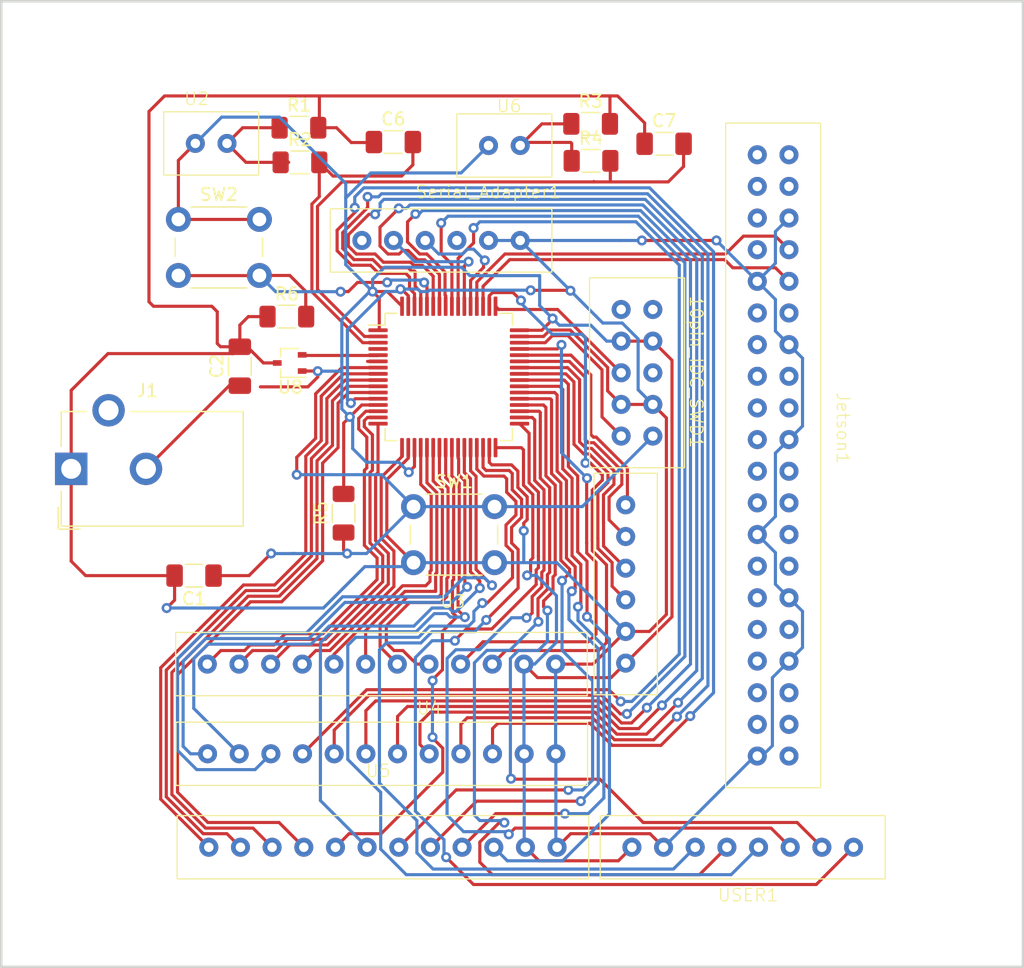
<source format=kicad_pcb>
(kicad_pcb (version 20221018) (generator pcbnew)
  (layers (0 "F.Cu" signal) (31 "B.Cu" signal) (34 "B.Paste" user) (35 "F.Paste" user) (36 "B.SilkS" user "B.Silkscreen") (37 "F.SilkS" user "F.Silkscreen") (38 "B.Mask" user) (39 "F.Mask" user) (44 "Edge.Cuts" user))
  (net 0 "")
  (net 1 "RESET")
  (net 2 "COM_GND")
  (net 3 "OSC_IN")
  (net 4 "USART3_RX")
  (net 5 "USART3_TX")
  (net 6 "GOAL_BOT")
  (net 7 "Moter3_0")
  (net 8 "Moter3_1")
  (net 9 "Moter3_2")
  (net 10 "Moter3_3")
  (net 11 "Moter1_0")
  (net 12 "Moter1_1")
  (net 13 "Moter1_2")
  (net 14 "Moter1_3")
  (net 15 "Moter1_4")
  (net 16 "Moter1_5")
  (net 17 "Moter1_6")
  (net 18 "Moter1_7")
  (net 19 "SWDIO1")
  (net 20 "SWCLK1")
  (net 21 "Moter3_4")
  (net 22 "Moter3_5")
  (net 23 "Moter2_0")
  (net 26 "USART5_TX1")
  (net 27 "USART5_RX1")
  (net 28 "Moter2_1")
  (net 29 "Moter2_2")
  (net 30 "USR_RST")
  (net 31 "USR_START")
  (net 32 "SPI2_NSS_USR")
  (net 33 "SPI2_SCK_USR")
  (net 34 "USR_STOP")
  (net 35 "SPI2_MOSI_USR")
  (net 36 "Moter3_6")
  (net 37 "Moter3_7")
  (net 38 "Moter3_8")
  (net 39 "Moter3_9")
  (net 40 "Moter1_8")
  (net 41 "MOTOR1_SHIFT")
  (net 42 "MOTOR2_SHIFT")
  (net 43 "MOTOR3_SHIFT")
  (net 44 "MOTOR_SWING")
  (net 45 "Moter1_9")
  (net 46 "Moter2_3")
  (net 47 "Moter2_4")
  (net 48 "Moter2_5")
  (net 49 "Moter2_6")
  (net 50 "Moter2_7")
  (net 51 "GOAL_USR")
  (net 52 "Moter2_8")
  (net 53 "Moter2_9")
  (net 86 "GOAL_USR_IN")
  (net 87 "GOAL_BOT_IN")
  (net 88 "BOOT")
  (net 90 "Power_3")
  (net 92 "unconnected-(U1-PF1-Pad6)")
  (footprint "Senior Design:Sensor Port" (layer "F.Cu") (at 114.14 144.88)
    (fp_text reference "U4")
    (fp_text value "~")
  )
  (footprint "Senior Design:Serial_port" (layer "F.Cu") (at 118.9 103.68)
    (fp_text reference "Serial_Adapter1")
    (fp_text value "~")
  )
  (footprint "Capacitor_SMD:C_1206_3216Metric_Pad1.33x1.80mm_HandSolder" (layer "F.Cu") (at 98.95 121.3925 90)
    (fp_text reference "C2")
    (fp_text value "0.1uF")
  )
  (footprint "Resistor_SMD:R_1206_3216Metric_Pad1.30x1.75mm_HandSolder" (layer "F.Cu") (at 127.09 101.94)
    (fp_text reference "R3")
    (fp_text value "10k")
  )
  (footprint "Connector_BarrelJack:BarrelJack_CUI_PJ-102AH_Horizontal" (layer "F.Cu") (at 85.42 129.63 90)
    (fp_text reference "J1")
    (fp_text value "Barrel_Jack_Switch")
  )
  (footprint "Resistor_SMD:R_1206_3216Metric_Pad1.30x1.75mm_HandSolder" (layer "F.Cu") (at 107.27 133.19 90)
    (fp_text reference "R5")
    (fp_text value "10k")
  )
  (footprint "Resistor_SMD:R_1206_3216Metric_Pad1.30x1.75mm_HandSolder" (layer "F.Cu") (at 102.72 117.41)
    (fp_text reference "R6")
    (fp_text value "10k")
  )
  (footprint "Button_Switch_THT:SW_PUSH_6mm_H4.3mm" (layer "F.Cu") (at 112.88 132.66)
    (fp_text reference "SW1")
    (fp_text value "SW_Push")
  )
  (footprint "Package_TO_SOT_SMD:SOT-323_SC-70" (layer "F.Cu") (at 102.95 121.13 180)
    (fp_text reference "U8")
    (fp_text value "MAX7375AXR805")
  )
  (footprint "Senior Design:Serial_port" (layer "F.Cu") (at 122.28 135.06 90)
    (fp_text reference "U7" hide)
    (fp_text value "~")
  )
  (footprint "Senior Design:goal sensor" (layer "F.Cu") (at 121.44 96.06)
    (fp_text reference "U6")
    (fp_text value "~")
  )
  (footprint "Capacitor_SMD:C_1206_3216Metric_Pad1.33x1.80mm_HandSolder" (layer "F.Cu") (at 111.2675 103.4)
    (fp_text reference "C6")
    (fp_text value "1uF")
  )
  (footprint "Resistor_SMD:R_1206_3216Metric_Pad1.30x1.75mm_HandSolder" (layer "F.Cu") (at 103.69 102.25)
    (fp_text reference "R1")
    (fp_text value "10k")
  )
  (footprint "Capacitor_SMD:C_1206_3216Metric_Pad1.33x1.80mm_HandSolder" (layer "F.Cu") (at 132.9825 103.54)
    (fp_text reference "C7")
    (fp_text value "1uF")
  )
  (footprint "Button_Switch_THT:SW_PUSH_6mm_H4.3mm" (layer "F.Cu") (at 94.02 109.61)
    (fp_text reference "SW2")
    (fp_text value "SW_Push")
  )
  (footprint "Senior Design:goal sensor" (layer "F.Cu") (at 97.92 95.89)
    (fp_text reference "U2")
    (fp_text value "~")
  )
  (footprint "Senior Design:User_Interface" (layer "F.Cu") (at 145.64 152.38)
    (fp_text reference "USER1")
    (fp_text value "~")
  )
  (footprint "Resistor_SMD:R_1206_3216Metric_Pad1.30x1.75mm_HandSolder" (layer "F.Cu") (at 103.7725 105.03)
    (fp_text reference "R2")
    (fp_text value "10k")
  )
  (footprint "Senior Design:Sensor Port" (layer "F.Cu") (at 114.24 152.38)
    (fp_text reference "U5")
    (fp_text value "~")
  )
  (footprint "Package_QFP:LQFP-64_10x10mm_P0.5mm" (layer "F.Cu") (at 115.71 122.255)
    (fp_text reference "U1" hide)
    (fp_text value "STM32F091RCTx")
  )
  (footprint "Senior Design:Jetson Nano" (layer "F.Cu") (at 143 94.26)
    (fp_text reference "Jetson1")
    (fp_text value "~")
  )
  (footprint "Senior Design:Sensor Port" (layer "F.Cu") (at 114.12 137.68)
    (fp_text reference "U3")
    (fp_text value "~")
  )
  (footprint "Resistor_SMD:R_1206_3216Metric_Pad1.30x1.75mm_HandSolder" (layer "F.Cu") (at 127.12 104.91)
    (fp_text reference "R4")
    (fp_text value "10k")
  )
  (footprint "Capacitor_SMD:C_1206_3216Metric_Pad1.33x1.80mm_HandSolder" (layer "F.Cu") (at 95.2775 138.2 180)
    (fp_text reference "C1")
    (fp_text value "100nF")
  )
  (footprint "Senior Design:10idc" (layer "F.Cu") (at 127 134.62 180)
    (fp_text reference "10pin_IDC_SWD1")
    (fp_text value "~")
  )
  (gr_rect (start 79.81 92.1) (end 161.77 169.6) (stroke (width 0.2)) (fill none) (layer "Edge.Cuts"))
  (segment (start 107.27 136.14) (end 107.27 134.74) (width 0.25) (layer "F.Cu") (net 1))
  (segment (start 107.27 134.74) (end 107.255 134.725) (width 0.25) (layer "F.Cu") (net 1))
  (segment (start 96.84 138.2) (end 96.89 138.25) (width 0.25) (layer "F.Cu") (net 1))
  (segment (start 107.255 134.725) (end 107.21 134.725) (width 0.25) (layer "F.Cu") (net 1))
  (segment (start 103.515 128.699416) (end 105.03 127.184416) (width 0.25) (layer "F.Cu") (net 1))
  (segment (start 96.84 138.2) (end 99.68 138.2) (width 0.25) (layer "F.Cu") (net 1))
  (segment (start 107.131341 121.505) (end 110.035 121.505) (width 0.25) (layer "F.Cu") (net 1))
  (segment (start 99.68 138.2) (end 101.46 136.42) (width 0.25) (layer "F.Cu") (net 1))
  (segment (start 103.515 130.1) (end 103.515 128.699416) (width 0.25) (layer "F.Cu") (net 1))
  (segment (start 105.03 127.184416) (end 105.03 123.606341) (width 0.25) (layer "F.Cu") (net 1))
  (segment (start 107.555 136.425) (end 107.27 136.14) (width 0.25) (layer "F.Cu") (net 1))
  (segment (start 105.03 123.606341) (end 107.131341 121.505) (width 0.25) (layer "F.Cu") (net 1))
  (via (at 107.555 136.425) (size 0.8) (drill 0.4) (layers "F.Cu" "B.Cu") (net 1))
  (via (at 103.515 130.1) (size 0.8) (drill 0.4) (layers "F.Cu" "B.Cu") (net 1))
  (via (at 101.46 136.42) (size 0.8) (drill 0.4) (layers "F.Cu" "B.Cu") (net 1))
  (segment (start 112.88 132.66) (end 119.38 132.66) (width 0.25) (layer "B.Cu") (net 1))
  (segment (start 101.47 136.43) (end 103.37 136.43) (width 0.25) (layer "B.Cu") (net 1))
  (segment (start 119.38 132.66) (end 126.42 132.66) (width 0.25) (layer "B.Cu") (net 1))
  (segment (start 126.42 132.66) (end 132.08 127) (width 0.25) (layer "B.Cu") (net 1))
  (segment (start 107.55 136.43) (end 103.16 136.43) (width 0.25) (layer "B.Cu") (net 1))
  (segment (start 103.515 130.1) (end 110.32 130.1) (width 0.25) (layer "B.Cu") (net 1))
  (segment (start 109.115 136.425) (end 112.88 132.66) (width 0.25) (layer "B.Cu") (net 1))
  (segment (start 110.32 130.1) (end 112.88 132.66) (width 0.25) (layer "B.Cu") (net 1))
  (segment (start 107.555 136.425) (end 109.115 136.425) (width 0.25) (layer "B.Cu") (net 1))
  (segment (start 107.555 136.425) (end 107.55 136.43) (width 0.25) (layer "B.Cu") (net 1))
  (segment (start 110.035 124.005) (end 108.20223 124.005) (width 0.25) (layer "F.Cu") (net 2))
  (segment (start 93.08 140.8) (end 93.715 140.165) (width 0.25) (layer "F.Cu") (net 2))
  (segment (start 129.25 99.7) (end 131.42 101.87) (width 0.25) (layer "F.Cu") (net 2))
  (segment (start 85.42 123.33) (end 88.37 120.38) (width 0.25) (layer "F.Cu") (net 2))
  (segment (start 98.95 118.09) (end 98.95 119.83) (width 0.25) (layer "F.Cu") (net 2))
  (segment (start 125.44 115.3) (end 122.275 115.3) (width 0.25) (layer "F.Cu") (net 2))
  (segment (start 97.4 119.83) (end 97.14 119.57) (width 0.25) (layer "F.Cu") (net 2))
  (segment (start 132.94 160) (end 131.853 158.913) (width 0.25) (layer "F.Cu") (net 2))
  (segment (start 110.74 135.02) (end 112.88 137.16) (width 0.25) (layer "F.Cu") (net 2))
  (segment (start 86.58 138.2) (end 93.715 138.2) (width 0.25) (layer "F.Cu") (net 2))
  (segment (start 112.46 115.737236) (end 112.46 116.58) (width 0.25) (layer "F.Cu") (net 2))
  (segment (start 91.66 100.95) (end 92.91 99.7) (width 0.25) (layer "F.Cu") (net 2))
  (segment (start 105.33 99.7) (end 105.33 102.16) (width 0.25) (layer "F.Cu") (net 2))
  (segment (start 125.453604 118.49) (end 128.453 121.489396) (width 0.25) (layer "F.Cu") (net 2))
  (segment (start 133.167 125.547) (end 133.167 141.316604) (width 0.25) (layer "F.Cu") (net 2))
  (segment (start 111.836627 115.206402) (end 111.929166 115.206402) (width 0.25) (layer "F.Cu") (net 2))
  (segment (start 91.66 116.22) (end 91.66 100.95) (width 0.25) (layer "F.Cu") (net 2))
  (segment (start 127.28 145.3) (end 129.9 142.68) (width 0.25) (layer "F.Cu") (net 2))
  (segment (start 110.74 130.492764) (end 110.74 135.02) (width 0.25) (layer "F.Cu") (net 2))
  (segment (start 99.63 117.41) (end 98.95 118.09) (width 0.25) (layer "F.Cu") (net 2))
  (segment (start 107.89 103.44) (end 109.665 103.44) (width 0.25) (layer "F.Cu") (net 2))
  (segment (start 104.55 99.7) (end 127.31 99.7) (width 0.25) (layer "F.Cu") (net 2))
  (segment (start 98.95 119.83) (end 99.54 119.83) (width 0.25) (layer "F.Cu") (net 2))
  (segment (start 98.4 120.38) (end 98.95 119.83) (width 0.25) (layer "F.Cu") (net 2))
  (segment (start 125.487 158.913) (end 124.4 160) (width 0.25) (layer "F.Cu") (net 2))
  (segment (start 131.853 158.913) (end 125.487 158.913) (width 0.25) (layer "F.Cu") (net 2))
  (segment (start 127.31 99.7) (end 129.25 99.7) (width 0.25) (layer "F.Cu") (net 2))
  (segment (start 118.96 127.93) (end 118.96 129.11) (width 0.25) (layer "F.Cu") (net 2))
  (segment (start 131.803604 142.68) (end 129.9 142.68) (width 0.25) (layer "F.Cu") (net 2))
  (segment (start 98.95 119.83) (end 98.94 119.82) (width 0.25) (layer "F.Cu") (net 2))
  (segment (start 125.47 115.33) (end 125.44 115.3) (width 0.25) (layer "F.Cu") (net 2))
  (segment (start 121.999889 133.706507) (end 121.724889 133.981507) (width 0.25) (layer "F.Cu") (net 2))
  (segment (start 97.14 117.02) (end 96.7 116.58) (width 0.25) (layer "F.Cu") (net 2))
  (segment (start 108.20223 124.005) (end 107.853615 124.353615) (width 0.25) (layer "F.Cu") (net 2))
  (segment (start 121.724889 133.981507) (end 121.724889 134.6) (width 0.25) (layer "F.Cu") (net 2))
  (segment (start 118.96 129.11) (end 119.16 129.31) (width 0.25) (layer "F.Cu") (net 2))
  (segment (start 128.64 101.94) (end 128.64 99.7) (width 0.25) (layer "F.Cu") (net 2))
  (segment (start 120.746396 129.31) (end 121.253 129.816604) (width 0.25) (layer "F.Cu") (net 2))
  (segment (start 92.91 99.7) (end 104.55 99.7) (width 0.25) (layer "F.Cu") (net 2))
  (segment (start 121.385 119.005) (end 123.311396 119.005) (width 0.25) (layer "F.Cu") (net 2))
  (segment (start 112.46 127.93) (end 112.46 128.772764) (width 0.25) (layer "F.Cu") (net 2))
  (segment (start 100.84 121.13) (end 101.95 121.13) (width 0.25) (layer "F.Cu") (net 2))
  (segment (start 111.929166 115.206402) (end 112.46 115.737236) (width 0.25) (layer "F.Cu") (net 2))
  (segment (start 128.453 123.373) (end 129.54 124.46) (width 0.25) (layer "F.Cu") (net 2))
  (segment (start 123.311396 119.005) (end 123.826396 118.49) (width 0.25) (layer "F.Cu") (net 2))
  (segment (start 112.46 128.772764) (end 110.74 130.492764) (width 0.25) (layer "F.Cu") (net 2))
  (segment (start 88.37 120.38) (end 98.4 120.38) (width 0.25) (layer "F.Cu") (net 2))
  (segment (start 85.42 129.63) (end 85.42 137.04) (width 0.25) (layer "F.Cu") (net 2))
  (segment (start 128.453 121.489396) (end 128.453 123.373) (width 0.25) (layer "F.Cu") (net 2))
  (segment (start 105.24 102.25) (end 106.7 102.25) (width 0.25) (layer "F.Cu") (net 2))
  (segment (start 133.167 141.316604) (end 131.803604 142.68) (width 0.25) (layer "F.Cu") (net 2))
  (segment (start 98.95 119.83) (end 97.4 119.83) (width 0.25) (layer "F.Cu") (net 2))
  (segment (start 92.02 116.58) (end 91.66 116.22) (width 0.25) (layer "F.Cu") (net 2))
  (segment (start 129.54 124.46) (end 132.08 124.46) (width 0.25) (layer "F.Cu") (net 2))
  (segment (start 96.7 116.58) (end 92.02 116.58) (width 0.25) (layer "F.Cu") (net 2))
  (segment (start 132.08 124.46) (end 133.167 125.547) (width 0.25) (layer "F.Cu") (net 2))
  (segment (start 131.2 111.3) (end 137.18 111.3) (width 0.25) (layer "F.Cu") (net 2))
  (segment (start 121.253 129.816604) (end 121.253 131.126015) (width 0.25) (layer "F.Cu") (net 2))
  (segment (start 119.16 129.31) (end 120.746396 129.31) (width 0.25) (layer "F.Cu") (net 2))
  (segment (start 123.826396 118.49) (end 125.453604 118.49) (width 0.25) (layer "F.Cu") (net 2))
  (segment (start 85.42 129.63) (end 85.42 123.33) (width 0.25) (layer "F.Cu") (net 2))
  (segment (start 93.715 140.165) (end 93.715 138.2) (width 0.25) (layer "F.Cu") (net 2))
  (segment (start 109.665 103.44) (end 109.705 103.4) (width 0.25) (layer "F.Cu") (net 2))
  (segment (start 99.54 119.83) (end 100.84 121.13) (width 0.25) (layer "F.Cu") (net 2))
  (segment (start 101.17 117.41) (end 99.63 117.41) (width 0.25) (layer "F.Cu") (net 2))
  (segment (start 128.64 99.7) (end 127.31 99.7) (width 0.25) (layer "F.Cu") (net 2))
  (segment (start 124.28 145.3) (end 127.28 145.3) (width 0.25) (layer "F.Cu") (net 2))
  (segment (start 106.7 102.25) (end 107.89 103.44) (width 0.25) (layer "F.Cu") (net 2))
  (segment (start 97.14 119.57) (end 97.14 117.02) (width 0.25) (layer "F.Cu") (net 2))
  (segment (start 121.999889 131.872904) (end 121.999889 133.706507) (width 0.25) (layer "F.Cu") (net 2))
  (segment (start 85.42 137.04) (end 86.58 138.2) (width 0.25) (layer "F.Cu") (net 2))
  (segment (start 121.253 131.126015) (end 121.999889 131.872904) (width 0.25) (layer "F.Cu") (net 2))
  (segment (start 105.33 102.16) (end 105.24 102.25) (width 0.25) (layer "F.Cu") (net 2))
  (segment (start 131.42 101.87) (end 131.42 103.54) (width 0.25) (layer "F.Cu") (net 2))
  (via (at 131.2 111.3) (size 0.8) (drill 0.4) (layers "F.Cu" "B.Cu") (net 2))
  (via (at 125.47 115.33) (size 0.8) (drill 0.4) (layers "F.Cu" "B.Cu") (net 2))
  (via (at 137.18 111.3) (size 0.8) (drill 0.4) (layers "F.Cu" "B.Cu") (net 2))
  (via (at 93.08 140.8) (size 0.8) (drill 0.4) (layers "F.Cu" "B.Cu") (net 2))
  (via (at 111.836627 115.206402) (size 0.8) (drill 0.4) (layers "F.Cu" "B.Cu") (net 2))
  (via (at 122.275 115.3) (size 0.8) (drill 0.4) (layers "F.Cu" "B.Cu") (net 2))
  (via (at 121.724889 134.6) (size 0.8) (drill 0.4) (layers "F.Cu" "B.Cu") (net 2))
  (via (at 107.853615 124.353615) (size 0.8) (drill 0.4) (layers "F.Cu" "B.Cu") (net 2))
  (segment (start 121.44 111.3) (end 125.47 115.33) (width 0.25) (layer "B.Cu") (net 2))
  (segment (start 128.067 117.927) (end 129.624251 117.927) (width 0.25) (layer "B.Cu") (net 2))
  (segment (start 118.9 111.3) (end 121.44 111.3) (width 0.25) (layer "B.Cu") (net 2))
  (segment (start 129.624251 117.927) (end 130.9 119.202749) (width 0.25) (layer "B.Cu") (net 2))
  (segment (start 112.88 137.16) (end 119.38 137.16) (width 0.25) (layer "B.Cu") (net 2))
  (segment (start 141.67 146.39) (end 141.67 151.85) (width 0.25) (layer "B.Cu") (net 2))
  (segment (start 129.5 111.3) (end 131.2 111.3) (width 0.25) (layer "B.Cu") (net 2))
  (segment (start 114.146088 115.29) (end 122.29 115.29) (width 0.25) (layer "B.Cu") (net 2))
  (segment (start 111.649166 115.393863) (end 110.636137 115.393863) (width 0.25) (layer "B.Cu") (net 2))
  (segment (start 143 119.66) (end 144.087 120.747) (width 0.25) (layer "B.Cu") (net 2))
  (segment (start 140.46 114.58) (end 141.913 116.033) (width 0.25) (layer "B.Cu") (net 2))
  (segment (start 141.67 151.85) (end 140.84 152.68) (width 0.25) (layer "B.Cu") (net 2))
  (segment (start 107.578615 124.078615) (end 107.853615 124.353615) (width 0.25) (layer "B.Cu") (net 2))
  (segment (start 124.38 137.16) (end 129.9 142.68) (width 0.25) (layer "B.Cu") (net 2))
  (segment (start 121.44 111.3) (end 129.5 111.3) (width 0.25) (layer "B.Cu") (net 2))
  (segment (start 123 137.16) (end 124.38 137.16) (width 0.25) (layer "B.Cu") (net 2))
  (segment (start 122.29 115.29) (end 122.3 115.3) (width 0.25) (layer "B.Cu") (net 2))
  (segment (start 111.843029 115.2) (end 113.233912 115.2) (width 0.25) (layer "B.Cu") (net 2))
  (segment (start 144.087 141.067) (end 144.087 143.973) (width 0.25) (layer "B.Cu") (net 2))
  (segment (start 107.578615 118.451385) (end 107.578615 124.078615) (width 0.25) (layer "B.Cu") (net 2))
  (segment (start 141.913 136.353) (end 141.913 138.893) (width 0.25) (layer "B.Cu") (net 2))
  (segment (start 121.7 137.16) (end 123 137.16) (width 0.25) (layer "B.Cu") (net 2))
  (segment (start 132.94 160) (end 140.26 152.68) (width 0.25) (layer "B.Cu") (net 2))
  (segment (start 111.836627 115.206402) (end 111.649166 115.393863) (width 0.25) (layer "B.Cu") (net 2))
  (segment (start 105.654416 140.8) (end 108.976218 137.478198) (width 0.25) (layer "B.Cu") (net 2))
  (segment (start 140.84 152.68) (end 140.46 152.68) (width 0.25) (layer "B.Cu") (net 2))
  (segment (start 130.9 123.28) (end 132.08 124.46) (width 0.25) (layer "B.Cu") (net 2))
  (segment (start 144.087 120.747) (end 144.087 126.193) (width 0.25) (layer "B.Cu") (net 2))
  (segment (start 137.18 111.3) (end 140.46 114.58) (width 0.25) (layer "B.Cu") (net 2))
  (segment (start 143 139.98) (end 144.087 141.067) (width 0.25) (layer "B.Cu") (net 2))
  (segment (start 93.08 140.8) (end 105.654416 140.8) (width 0.25) (layer "B.Cu") (net 2))
  (segment (start 108.976218 137.478198) (end 112.561802 137.478198) (width 0.25) (layer "B.Cu") (net 2))
  (segment (start 124.3 159.9) (end 124.4 160) (width 0.25) (layer "B.Cu") (net 2))
  (segment (start 113.434695 115.400783) (end 114.035305 115.400783) (width 0.25) (layer "B.Cu") (net 2))
  (segment (start 110.636137 115.393863) (end 107.578615 118.451385) (width 0.25) (layer "B.Cu") (net 2))
  (segment (start 143 127.28) (end 141.913 128.367) (width 0.25) (layer "B.Cu") (net 2))
  (segment (start 140.46 134.9) (end 141.913 136.353) (width 0.25) (layer "B.Cu") (net 2))
  (segment (start 113.233912 115.2) (end 113.434695 115.400783) (width 0.25) (layer "B.Cu") (net 2))
  (segment (start 141.913 133.447) (end 140.46 134.9) (width 0.25) (layer "B.Cu") (net 2))
  (segment (start 125.47 115.33) (end 128.067 117.927) (width 0.25) (layer "B.Cu") (net 2))
  (segment (start 141.913 118.573) (end 143 119.66) (width 0.25) (layer "B.Cu") (net 2))
  (segment (start 121.724889 134.6) (end 121.724889 137.135111) (width 0.25) (layer "B.Cu") (net 2))
  (segment (start 124.28 152.48) (end 124.3 152.5) (width 0.25) (layer "B.Cu") (net 2))
  (segment (start 141.913 138.893) (end 143 139.98) (width 0.25) (layer "B.Cu") (net 2))
  (segment (start 111.836627 115.206402) (end 111.843029 115.2) (width 0.25) (layer "B.Cu") (net 2))
  (segment (start 140.26 152.68) (end 140.46 152.68) (width 0.25) (layer "B.Cu") (net 2))
  (segment (start 119.38 137.16) (end 121.7 137.16) (width 0.25) (layer "B.Cu") (net 2))
  (segment (start 124.28 145.3) (end 124.28 152.48) (width 0.25) (layer "B.Cu") (net 2))
  (segment (start 144.087 143.973) (end 141.67 146.39) (width 0.25) (layer "B.Cu") (net 2))
  (segment (start 141.913 110.587) (end 141.913 113.127) (width 0.25) (layer "B.Cu") (net 2))
  (segment (start 144.087 126.193) (end 143 127.28) (width 0.25) (layer "B.Cu") (net 2))
  (segment (start 141.913 128.367) (end 141.913 133.447) (width 0.25) (layer "B.Cu") (net 2))
  (segment (start 143 109.5) (end 141.913 110.587) (width 0.25) (layer "B.Cu") (net 2))
  (segment (start 124.3 152.5) (end 124.3 159.9) (width 0.25) (layer "B.Cu") (net 2))
  (segment (start 141.913 113.127) (end 140.46 114.58) (width 0.25) (layer "B.Cu") (net 2))
  (segment (start 130.9 119.202749) (end 130.9 123.28) (width 0.25) (layer "B.Cu") (net 2))
  (segment (start 121.724889 137.135111) (end 121.7 137.16) (width 0.25) (layer "B.Cu") (net 2))
  (segment (start 114.035305 115.400783) (end 114.146088 115.29) (width 0.25) (layer "B.Cu") (net 2))
  (segment (start 141.913 116.033) (end 141.913 118.573) (width 0.25) (layer "B.Cu") (net 2))
  (segment (start 104 120.53) (end 103.95 120.48) (width 0.25) (layer "F.Cu") (net 3))
  (segment (start 110.01 120.53) (end 104 120.53) (width 0.25) (layer "F.Cu") (net 3))
  (segment (start 110.035 120.505) (end 110.01 120.53) (width 0.25) (layer "F.Cu") (net 3))
  (segment (start 143 112.04) (end 141.913 110.953) (width 0.25) (layer "F.Cu") (net 4))
  (segment (start 137.913 112.387) (end 120.213 112.387) (width 0.25) (layer "F.Cu") (net 4))
  (segment (start 141.913 110.953) (end 139.347 110.953) (width 0.25) (layer "F.Cu") (net 4))
  (segment (start 120.213 112.387) (end 117.96 114.64) (width 0.25) (layer "F.Cu") (net 4))
  (segment (start 117.96 114.64) (end 117.96 116.58) (width 0.25) (layer "F.Cu") (net 4))
  (segment (start 139.347 110.953) (end 137.913 112.387) (width 0.25) (layer "F.Cu") (net 4))
  (segment (start 141.913 113.493) (end 138.493 113.493) (width 0.25) (layer "F.Cu") (net 5))
  (segment (start 138.493 113.493) (end 137.837 112.837) (width 0.25) (layer "F.Cu") (net 5))
  (segment (start 143 114.58) (end 141.913 113.493) (width 0.25) (layer "F.Cu") (net 5))
  (segment (start 118.46 114.976396) (end 118.46 116.58) (width 0.25) (layer "F.Cu") (net 5))
  (segment (start 120.599396 112.837) (end 118.46 114.976396) (width 0.25) (layer "F.Cu") (net 5))
  (segment (start 137.837 112.837) (end 120.599396 112.837) (width 0.25) (layer "F.Cu") (net 5))
  (segment (start 128.67 104.91) (end 128.67 106.59) (width 0.25) (layer "F.Cu") (net 6))
  (segment (start 133.31 106.6) (end 127.31 106.6) (width 0.25) (layer "F.Cu") (net 6))
  (segment (start 128.67 106.59) (end 128.68 106.6) (width 0.25) (layer "F.Cu") (net 6))
  (segment (start 127.345 106.565) (end 127.31 106.6) (width 0.25) (layer "F.Cu") (net 6))
  (segment (start 134.545 103.54) (end 134.545 105.365) (width 0.25) (layer "F.Cu") (net 6))
  (segment (start 134.545 105.365) (end 133.31 106.6) (width 0.25) (layer "F.Cu") (net 6))
  (segment (start 105.18 115.235) (end 108.95 119.005) (width 0.25) (layer "F.Cu") (net 6))
  (segment (start 108.95 119.005) (end 110.035 119.005) (width 0.25) (layer "F.Cu") (net 6))
  (segment (start 127.31 106.6) (end 107.14 106.6) (width 0.25) (layer "F.Cu") (net 6))
  (segment (start 105.18 108.56) (end 105.18 115.235) (width 0.25) (layer "F.Cu") (net 6))
  (segment (start 107.14 106.6) (end 105.18 108.56) (width 0.25) (layer "F.Cu") (net 6))
  (segment (start 92.6 156.14) (end 96.46 160) (width 0.25) (layer "F.Cu") (net 7))
  (segment (start 107.267737 122.005) (end 105.48 123.792737) (width 0.25) (layer "F.Cu") (net 7))
  (segment (start 105.48 123.792737) (end 105.48 127.370812) (width 0.25) (layer "F.Cu") (net 7))
  (segment (start 104.24 136.450812) (end 101.740812 138.95) (width 0.25) (layer "F.Cu") (net 7))
  (segment (start 110.035 122.005) (end 107.267737 122.005) (width 0.25) (layer "F.Cu") (net 7))
  (segment (start 104.24 128.610812) (end 104.24 136.450812) (width 0.25) (layer "F.Cu") (net 7))
  (segment (start 99.243561 138.95) (end 92.6 145.593561) (width 0.25) (layer "F.Cu") (net 7))
  (segment (start 105.48 127.370812) (end 104.24 128.610812) (width 0.25) (layer "F.Cu") (net 7))
  (segment (start 101.740812 138.95) (end 99.243561 138.95) (width 0.25) (layer "F.Cu") (net 7))
  (segment (start 92.6 145.593561) (end 92.6 156.14) (width 0.25) (layer "F.Cu") (net 7))
  (segment (start 99.429957 139.4) (end 93.05 145.779957) (width 0.25) (layer "F.Cu") (net 8))
  (segment (start 105.93 127.557208) (end 104.69 128.797208) (width 0.25) (layer "F.Cu") (net 8))
  (segment (start 107.404133 122.505) (end 105.93 123.979133) (width 0.25) (layer "F.Cu") (net 8))
  (segment (start 104.69 136.637208) (end 101.927208 139.4) (width 0.25) (layer "F.Cu") (net 8))
  (segment (start 104.69 128.797208) (end 104.69 136.637208) (width 0.25) (layer "F.Cu") (net 8))
  (segment (start 97.913 158.913) (end 99 160) (width 0.25) (layer "F.Cu") (net 8))
  (segment (start 96.009396 158.913) (end 97.913 158.913) (width 0.25) (layer "F.Cu") (net 8))
  (segment (start 110.035 122.505) (end 107.404133 122.505) (width 0.25) (layer "F.Cu") (net 8))
  (segment (start 105.93 123.979133) (end 105.93 127.557208) (width 0.25) (layer "F.Cu") (net 8))
  (segment (start 101.927208 139.4) (end 99.429957 139.4) (width 0.25) (layer "F.Cu") (net 8))
  (segment (start 93.05 155.953604) (end 96.009396 158.913) (width 0.25) (layer "F.Cu") (net 8))
  (segment (start 93.05 145.779957) (end 93.05 155.953604) (width 0.25) (layer "F.Cu") (net 8))
  (segment (start 102.113604 139.85) (end 99.616353 139.85) (width 0.25) (layer "F.Cu") (net 9))
  (segment (start 99.616353 139.85) (end 93.5 145.966353) (width 0.25) (layer "F.Cu") (net 9))
  (segment (start 110.035 123.005) (end 107.540529 123.005) (width 0.25) (layer "F.Cu") (net 9))
  (segment (start 100.003 158.463) (end 101.54 160) (width 0.25) (layer "F.Cu") (net 9))
  (segment (start 107.540529 123.005) (end 106.38 124.165529) (width 0.25) (layer "F.Cu") (net 9))
  (segment (start 106.38 127.743604) (end 105.14 128.983604) (width 0.25) (layer "F.Cu") (net 9))
  (segment (start 93.5 155.767208) (end 96.195792 158.463) (width 0.25) (layer "F.Cu") (net 9))
  (segment (start 96.195792 158.463) (end 100.003 158.463) (width 0.25) (layer "F.Cu") (net 9))
  (segment (start 93.5 145.966353) (end 93.5 155.767208) (width 0.25) (layer "F.Cu") (net 9))
  (segment (start 106.38 124.165529) (end 106.38 127.743604) (width 0.25) (layer "F.Cu") (net 9))
  (segment (start 105.14 128.983604) (end 105.14 136.823604) (width 0.25) (layer "F.Cu") (net 9))
  (segment (start 105.14 136.823604) (end 102.113604 139.85) (width 0.25) (layer "F.Cu") (net 9))
  (segment (start 106.83 124.351925) (end 106.83 127.93) (width 0.25) (layer "F.Cu") (net 10))
  (segment (start 105.59 129.17) (end 105.59 137.01) (width 0.25) (layer "F.Cu") (net 10))
  (segment (start 107.676925 123.505) (end 106.83 124.351925) (width 0.25) (layer "F.Cu") (net 10))
  (segment (start 102.3 140.3) (end 99.802749 140.3) (width 0.25) (layer "F.Cu") (net 10))
  (segment (start 106.83 127.93) (end 105.59 129.17) (width 0.25) (layer "F.Cu") (net 10))
  (segment (start 102.093 158.013) (end 104.08 160) (width 0.25) (layer "F.Cu") (net 10))
  (segment (start 105.59 137.01) (end 102.3 140.3) (width 0.25) (layer "F.Cu") (net 10))
  (segment (start 93.95 155.580812) (end 96.382188 158.013) (width 0.25) (layer "F.Cu") (net 10))
  (segment (start 99.802749 140.3) (end 93.95 146.152749) (width 0.25) (layer "F.Cu") (net 10))
  (segment (start 93.95 146.152749) (end 93.95 155.580812) (width 0.25) (layer "F.Cu") (net 10))
  (segment (start 96.382188 158.013) (end 102.093 158.013) (width 0.25) (layer "F.Cu") (net 10))
  (segment (start 110.035 123.505) (end 107.676925 123.505) (width 0.25) (layer "F.Cu") (net 10))
  (segment (start 109.05584 125.005) (end 108.485 125.57584) (width 0.25) (layer "F.Cu") (net 11))
  (segment (start 109.135 127.08416) (end 109.135 129.55218) (width 0.25) (layer "F.Cu") (net 11))
  (segment (start 108.94 129.74718) (end 108.94 135.765584) (width 0.25) (layer "F.Cu") (net 11))
  (segment (start 101.684208 143.763) (end 99.780604 143.763) (width 0.25) (layer "F.Cu") (net 11))
  (segment (start 110.035 125.005) (end 109.05584 125.005) (width 0.25) (layer "F.Cu") (net 11))
  (segment (start 109.135 129.55218) (end 108.94 129.74718) (width 0.25) (layer "F.Cu") (net 11))
  (segment (start 109.96 136.785584) (end 109.96 138.513021) (width 0.25) (layer "F.Cu") (net 11))
  (segment (start 99.330604 144.213) (end 97.427 144.213) (width 0.25) (layer "F.Cu") (net 11))
  (segment (start 99.780604 143.763) (end 99.330604 144.213) (width 0.25) (layer "F.Cu") (net 11))
  (segment (start 108.485 125.57584) (end 108.485 126.43416) (width 0.25) (layer "F.Cu") (net 11))
  (segment (start 108.485 126.43416) (end 109.135 127.08416) (width 0.25) (layer "F.Cu") (net 11))
  (segment (start 105.610021 142.863) (end 102.584208 142.863) (width 0.25) (layer "F.Cu") (net 11))
  (segment (start 108.94 135.765584) (end 109.96 136.785584) (width 0.25) (layer "F.Cu") (net 11))
  (segment (start 109.96 138.513021) (end 105.610021 142.863) (width 0.25) (layer "F.Cu") (net 11))
  (segment (start 97.427 144.213) (end 96.34 145.3) (width 0.25) (layer "F.Cu") (net 11))
  (segment (start 102.584208 142.863) (end 101.684208 143.763) (width 0.25) (layer "F.Cu") (net 11))
  (segment (start 109.39 129.933576) (end 109.39 135.579188) (width 0.25) (layer "F.Cu") (net 12))
  (segment (start 109.585 126.897764) (end 109.585 129.738576) (width 0.25) (layer "F.Cu") (net 12))
  (segment (start 110.41 136.599188) (end 110.41 138.699417) (width 0.25) (layer "F.Cu") (net 12))
  (segment (start 101.870604 144.213) (end 99.967 144.213) (width 0.25) (layer "F.Cu") (net 12))
  (segment (start 102.770604 143.313) (end 101.870604 144.213) (width 0.25) (layer "F.Cu") (net 12))
  (segment (start 108.935 126.247764) (end 109.585 126.897764) (width 0.25) (layer "F.Cu") (net 12))
  (segment (start 110.035 125.505) (end 109.192236 125.505) (width 0.25) (layer "F.Cu") (net 12))
  (segment (start 110.41 138.699417) (end 105.796417 143.313) (width 0.25) (layer "F.Cu") (net 12))
  (segment (start 108.935 125.762236) (end 108.935 126.247764) (width 0.25) (layer "F.Cu") (net 12))
  (segment (start 105.796417 143.313) (end 102.770604 143.313) (width 0.25) (layer "F.Cu") (net 12))
  (segment (start 109.192236 125.505) (end 108.935 125.762236) (width 0.25) (layer "F.Cu") (net 12))
  (segment (start 109.585 129.738576) (end 109.39 129.933576) (width 0.25) (layer "F.Cu") (net 12))
  (segment (start 99.967 144.213) (end 98.88 145.3) (width 0.25) (layer "F.Cu") (net 12))
  (segment (start 109.39 135.579188) (end 110.41 136.599188) (width 0.25) (layer "F.Cu") (net 12))
  (segment (start 105.982813 143.763) (end 102.957 143.763) (width 0.25) (layer "F.Cu") (net 13))
  (segment (start 110.86 136.412792) (end 110.86 138.885813) (width 0.25) (layer "F.Cu") (net 13))
  (segment (start 102.957 143.763) (end 101.42 145.3) (width 0.25) (layer "F.Cu") (net 13))
  (segment (start 109.84 130.119972) (end 109.84 135.392792) (width 0.25) (layer "F.Cu") (net 13))
  (segment (start 110.035 129.924972) (end 109.84 130.119972) (width 0.25) (layer "F.Cu") (net 13))
  (segment (start 110.86 138.885813) (end 105.982813 143.763) (width 0.25) (layer "F.Cu") (net 13))
  (segment (start 110.035 126.005) (end 110.035 129.924972) (width 0.25) (layer "F.Cu") (net 13))
  (segment (start 109.84 135.392792) (end 110.86 136.412792) (width 0.25) (layer "F.Cu") (net 13))
  (segment (start 111.31 139.072209) (end 106.169209 144.213) (width 0.25) (layer "F.Cu") (net 14))
  (segment (start 111.31 136.226396) (end 111.31 139.072209) (width 0.25) (layer "F.Cu") (net 14))
  (segment (start 106.169209 144.213) (end 105.047 144.213) (width 0.25) (layer "F.Cu") (net 14))
  (segment (start 110.29 130.306368) (end 110.29 135.206396) (width 0.25) (layer "F.Cu") (net 14))
  (segment (start 110.29 135.206396) (end 111.31 136.226396) (width 0.25) (layer "F.Cu") (net 14))
  (segment (start 105.047 144.213) (end 103.96 145.3) (width 0.25) (layer "F.Cu") (net 14))
  (segment (start 111.96 127.93) (end 111.96 128.636368) (width 0.25) (layer "F.Cu") (net 14))
  (segment (start 111.96 128.636368) (end 110.29 130.306368) (width 0.25) (layer "F.Cu") (net 14))
  (segment (start 112.005 139.013605) (end 106.5 144.518605) (width 0.25) (layer "F.Cu") (net 15))
  (segment (start 114.205 137.867715) (end 114.3 137.772715) (width 0.25) (layer "F.Cu") (net 15))
  (segment (start 113.856395 139.013605) (end 112.005 139.013605) (width 0.25) (layer "F.Cu") (net 15))
  (segment (start 114.205 137.867715) (end 114.205 138.665) (width 0.25) (layer "F.Cu") (net 15))
  (segment (start 114.205 138.665) (end 113.856395 139.013605) (width 0.25) (layer "F.Cu") (net 15))
  (segment (start 113.46 127.93) (end 113.46 130.878376) (width 0.25) (layer "F.Cu") (net 15))
  (segment (start 114.3 131.718376) (end 114.3 137.772715) (width 0.25) (layer "F.Cu") (net 15))
  (segment (start 113.46 130.878376) (end 114.3 131.718376) (width 0.25) (layer "F.Cu") (net 15))
  (segment (start 106.5 144.518605) (end 106.5 145.3) (width 0.25) (layer "F.Cu") (net 15))
  (segment (start 113.96 130.74198) (end 114.75 131.53198) (width 0.25) (layer "F.Cu") (net 16))
  (segment (start 113.96 127.93) (end 113.96 130.74198) (width 0.25) (layer "F.Cu") (net 16))
  (segment (start 114.655 138.054111) (end 114.75 137.959111) (width 0.25) (layer "F.Cu") (net 16))
  (segment (start 114.655 139.463605) (end 112.191396 139.463605) (width 0.25) (layer "F.Cu") (net 16))
  (segment (start 114.75 131.53198) (end 114.75 137.959111) (width 0.25) (layer "F.Cu") (net 16))
  (segment (start 109.04 142.615001) (end 109.04 145.3) (width 0.25) (layer "F.Cu") (net 16))
  (segment (start 114.655 138.054111) (end 114.655 139.463605) (width 0.25) (layer "F.Cu") (net 16))
  (segment (start 112.191396 139.463605) (end 109.04 142.615001) (width 0.25) (layer "F.Cu") (net 16))
  (segment (start 115.2 138.145507) (end 115.105 138.240507) (width 0.25) (layer "F.Cu") (net 17))
  (segment (start 114.889999 139.913605) (end 112.377792 139.913605) (width 0.25) (layer "F.Cu") (net 17))
  (segment (start 115.2 131.345584) (end 115.2 138.145507) (width 0.25) (layer "F.Cu") (net 17))
  (segment (start 112.377792 139.913605) (end 110.2 142.091397) (width 0.25) (layer "F.Cu") (net 17))
  (segment (start 110.2 142.091397) (end 110.2 143.92) (width 0.25) (layer "F.Cu") (net 17))
  (segment (start 114.46 127.93) (end 114.46 130.605584) (width 0.25) (layer "F.Cu") (net 17))
  (segment (start 115.105 139.698604) (end 114.889999 139.913605) (width 0.25) (layer "F.Cu") (net 17))
  (segment (start 115.105 138.240507) (end 115.105 139.698604) (width 0.25) (layer "F.Cu") (net 17))
  (segment (start 114.46 130.605584) (end 115.2 131.345584) (width 0.25) (layer "F.Cu") (net 17))
  (segment (start 110.2 143.92) (end 111.58 145.3) (width 0.25) (layer "F.Cu") (net 17))
  (segment (start 112.784251 144.967) (end 112.8 144.967) (width 0.25) (layer "F.Cu") (net 18))
  (segment (start 114.96 130.469188) (end 115.65 131.159188) (width 0.25) (layer "F.Cu") (net 18))
  (segment (start 111.313 144.213) (end 112.030251 144.213) (width 0.25) (layer "F.Cu") (net 18))
  (segment (start 115.555 139.885) (end 115.076395 140.363605) (width 0.25) (layer "F.Cu") (net 18))
  (segment (start 115.076395 140.363605) (end 112.564188 140.363605) (width 0.25) (layer "F.Cu") (net 18))
  (segment (start 112.030251 144.213) (end 112.784251 144.967) (width 0.25) (layer "F.Cu") (net 18))
  (segment (start 112.8 144.967) (end 113.133 145.3) (width 0.25) (layer "F.Cu") (net 18))
  (segment (start 110.7 142.227793) (end 110.7 143.6) (width 0.25) (layer "F.Cu") (net 18))
  (segment (start 115.65 131.159188) (end 115.65 138.331903) (width 0.25) (layer "F.Cu") (net 18))
  (segment (start 113.133 145.3) (end 114.12 145.3) (width 0.25) (layer "F.Cu") (net 18))
  (segment (start 112.564188 140.363605) (end 110.7 142.227793) (width 0.25) (layer "F.Cu") (net 18))
  (segment (start 115.555 138.426903) (end 115.555 139.885) (width 0.25) (layer "F.Cu") (net 18))
  (segment (start 110.7 143.6) (end 111.313 144.213) (width 0.25) (layer "F.Cu") (net 18))
  (segment (start 115.65 138.331903) (end 115.555 138.426903) (width 0.25) (layer "F.Cu") (net 18))
  (segment (start 114.96 127.93) (end 114.96 130.469188) (width 0.25) (layer "F.Cu") (net 18))
  (segment (start 128.003 125.463) (end 129.54 127) (width 0.25) (layer "F.Cu") (net 19))
  (segment (start 128.003 121.675792) (end 128.003 125.463) (width 0.25) (layer "F.Cu") (net 19))
  (segment (start 123.447792 119.505) (end 124.012792 118.94) (width 0.25) (layer "F.Cu") (net 19))
  (segment (start 124.012792 118.94) (end 125.267208 118.94) (width 0.25) (layer "F.Cu") (net 19))
  (segment (start 121.385 119.505) (end 123.447792 119.505) (width 0.25) (layer "F.Cu") (net 19))
  (segment (start 125.267208 118.94) (end 128.003 121.675792) (width 0.25) (layer "F.Cu") (net 19))
  (segment (start 129.52 121.92) (end 129.54 121.92) (width 0.25) (layer "F.Cu") (net 20))
  (segment (start 124.44 116.84) (end 129.52 121.92) (width 0.25) (layer "F.Cu") (net 20))
  (segment (start 119.46 116.58) (end 119.72 116.84) (width 0.25) (layer "F.Cu") (net 20))
  (segment (start 119.72 116.84) (end 124.44 116.84) (width 0.25) (layer "F.Cu") (net 20))
  (segment (start 115.227 153.973) (end 110.287 158.913) (width 0.25) (layer "F.Cu") (net 21))
  (segment (start 116.1 130.972792) (end 115.46 130.332792) (width 0.25) (layer "F.Cu") (net 21))
  (segment (start 115.207 145.750251) (end 115.207 143.307) (width 0.25) (layer "F.Cu") (net 21))
  (segment (start 115.46 130.332792) (end 115.46 127.93) (width 0.25) (layer "F.Cu") (net 21))
  (segment (start 115.207 143.307) (end 115.2 143.3) (width 0.25) (layer "F.Cu") (net 21))
  (segment (start 116.275 141.599695) (end 116.275 141.436396) (width 0.25) (layer "F.Cu") (net 21))
  (segment (start 114.416075 146.629433) (end 114.416075 146.541176) (width 0.25) (layer "F.Cu") (net 21))
  (segment (start 115.2 143.3) (end 115.2 142.674695) (width 0.25) (layer "F.Cu") (net 21))
  (segment (start 114.416075 146.541176) (end 115.207 145.750251) (width 0.25) (layer "F.Cu") (net 21))
  (segment (start 107.707 158.913) (end 106.62 160) (width 0.25) (layer "F.Cu") (net 21))
  (segment (start 115.2 142.674695) (end 116.275 141.599695) (width 0.25) (layer "F.Cu") (net 21))
  (segment (start 116.005 141.166396) (end 116.005 138.613299) (width 0.25) (layer "F.Cu") (net 21))
  (segment (start 116.005 138.613299) (end 116.1 138.518299) (width 0.25) (layer "F.Cu") (net 21))
  (segment (start 110.287 158.913) (end 107.707 158.913) (width 0.25) (layer "F.Cu") (net 21))
  (segment (start 116.1 138.518299) (end 116.1 130.972792) (width 0.25) (layer "F.Cu") (net 21))
  (segment (start 114.41168 151.165369) (end 114.41168 151.234429) (width 0.25) (layer "F.Cu") (net 21))
  (segment (start 115.227 152.049749) (end 115.227 153.973) (width 0.25) (layer "F.Cu") (net 21))
  (segment (start 116.275 141.436396) (end 116.005 141.166396) (width 0.25) (layer "F.Cu") (net 21))
  (segment (start 114.41168 151.234429) (end 115.227 152.049749) (width 0.25) (layer "F.Cu") (net 21))
  (via (at 114.41168 151.165369) (size 0.8) (drill 0.4) (layers "F.Cu" "B.Cu") (net 21))
  (via (at 114.416075 146.629433) (size 0.8) (drill 0.4) (layers "F.Cu" "B.Cu") (net 21))
  (segment (start 114.4 151.153689) (end 114.41168 151.165369) (width 0.25) (layer "B.Cu") (net 21))
  (segment (start 114.4 146.645508) (end 114.4 151.153689) (width 0.25) (layer "B.Cu") (net 21))
  (segment (start 114.416075 146.629433) (end 114.4 146.645508) (width 0.25) (layer "B.Cu") (net 21))
  (segment (start 116.455 140.98) (end 117 141.525) (width 0.25) (layer "F.Cu") (net 22))
  (segment (start 116.55 138.704695) (end 116.455 138.799695) (width 0.25) (layer "F.Cu") (net 22))
  (segment (start 116.455 138.799695) (end 116.455 140.98) (width 0.25) (layer "F.Cu") (net 22))
  (segment (start 115.96 130.196396) (end 116.55 130.786396) (width 0.25) (layer "F.Cu") (net 22))
  (segment (start 115.96 127.93) (end 115.96 130.196396) (width 0.25) (layer "F.Cu") (net 22))
  (segment (start 116.55 130.786396) (end 116.55 138.704695) (width 0.25) (layer "F.Cu") (net 22))
  (via (at 117 141.525) (size 0.8) (drill 0.4) (layers "F.Cu" "B.Cu") (net 22))
  (segment (start 106.3 142.7) (end 105.413 143.587) (width 0.25) (layer "B.Cu") (net 22))
  (segment (start 105.413 143.587) (end 105.413 156.253) (width 0.25) (layer "B.Cu") (net 22))
  (segment (start 115.55282 141.25) (end 114.55 141.25) (width 0.25) (layer "B.Cu") (net 22))
  (segment (start 115.82782 141.525) (end 115.55282 141.25) (width 0.25) (layer "B.Cu") (net 22))
  (segment (start 117 141.525) (end 115.82782 141.525) (width 0.25) (layer "B.Cu") (net 22))
  (segment (start 105.413 156.253) (end 109.16 160) (width 0.25) (layer "B.Cu") (net 22))
  (segment (start 114.55 141.25) (end 113.1 142.7) (width 0.25) (layer "B.Cu") (net 22))
  (segment (start 113.1 142.7) (end 106.3 142.7) (width 0.25) (layer "B.Cu") (net 22))
  (segment (start 116.46 128.772764) (end 116.46 127.93) (width 0.25) (layer "F.Cu") (net 23))
  (segment (start 117 130.6) (end 116.5 130.1) (width 0.25) (layer "F.Cu") (net 23))
  (segment (start 117 138.92) (end 117 130.6) (width 0.25) (layer "F.Cu") (net 23))
  (segment (start 116.5 128.812764) (end 116.46 128.772764) (width 0.25) (layer "F.Cu") (net 23))
  (segment (start 116.5 130.1) (end 116.5 128.812764) (width 0.25) (layer "F.Cu") (net 23))
  (segment (start 117.18 139.1) (end 117 138.92) (width 0.25) (layer "F.Cu") (net 23))
  (via (at 117.18 139.1) (size 0.8) (drill 0.4) (layers "F.Cu" "B.Cu") (net 23))
  (segment (start 104.477208 143.25) (end 96.216353 143.25) (width 0.25) (layer "B.Cu") (net 23))
  (segment (start 94.4 145.066353) (end 94.4 151.9) (width 0.25) (layer "B.Cu") (net 23))
  (segment (start 115.925612 140.35) (end 107.377208 140.35) (width 0.25) (layer "B.Cu") (net 23))
  (segment (start 115.927806 140.352194) (end 115.925612 140.35) (width 0.25) (layer "B.Cu") (net 23))
  (segment (start 96.216353 143.25) (end 94.4 145.066353) (width 0.25) (layer "B.Cu") (net 23))
  (segment (start 117.18 139.1) (end 115.927806 140.352194) (width 0.25) (layer "B.Cu") (net 23))
  (segment (start 107.377208 140.35) (end 104.477208 143.25) (width 0.25) (layer "B.Cu") (net 23))
  (segment (start 95 152.5) (end 96.36 152.5) (width 0.25) (layer "B.Cu") (net 23))
  (segment (start 94.4 151.9) (end 95 152.5) (width 0.25) (layer "B.Cu") (net 23))
  (segment (start 117.46 114.503604) (end 118.5 113.463604) (width 0.25) (layer "F.Cu") (net 26))
  (segment (start 118.5 113.463604) (end 118.5 113) (width 0.25) (layer "F.Cu") (net 26))
  (segment (start 117.46 116.58) (end 117.46 114.503604) (width 0.25) (layer "F.Cu") (net 26))
  (segment (start 118.5 113) (end 118.6 112.9) (width 0.25) (layer "F.Cu") (net 26))
  (via (at 118.6 112.9) (size 0.8) (drill 0.4) (layers "F.Cu" "B.Cu") (net 26))
  (segment (start 114.907 112.387) (end 113.82 111.3) (width 0.25) (layer "B.Cu") (net 26))
  (segment (start 117.7 112) (end 117.197251 112) (width 0.25) (layer "B.Cu") (net 26))
  (segment (start 118.6 112.9) (end 117.7 112) (width 0.25) (layer "B.Cu") (net 26))
  (segment (start 114.3 111.3) (end 113.82 111.3) (width 0.25) (layer "B.Cu") (net 26))
  (segment (start 116.810251 112.387) (end 114.907 112.387) (width 0.25) (layer "B.Cu") (net 26))
  (segment (start 117.197251 112) (end 116.810251 112.387) (width 0.25) (layer "B.Cu") (net 26))
  (segment (start 116.96 114.035304) (end 116.96 113.34) (width 0.25) (layer "F.Cu") (net 27))
  (segment (start 116.96 113.34) (end 117.3 113) (width 0.25) (layer "F.Cu") (net 27))
  (segment (start 116.96 116.58) (end 116.96 114.035304) (width 0.25) (layer "F.Cu") (net 27))
  (via (at 117.3 113) (size 0.8) (drill 0.4) (layers "F.Cu" "B.Cu") (net 27))
  (segment (start 117.3 113) (end 112.98 113) (width 0.25) (layer "B.Cu") (net 27))
  (segment (start 112.98 113) (end 111.28 111.3) (width 0.25) (layer "B.Cu") (net 27))
  (segment (start 117.45 137.893276) (end 118.2 138.643276) (width 0.25) (layer "F.Cu") (net 28))
  (segment (start 117.45 130.413604) (end 117.45 137.893276) (width 0.25) (layer "F.Cu") (net 28))
  (segment (start 116.96 127.93) (end 116.96 129.923604) (width 0.25) (layer "F.Cu") (net 28))
  (segment (start 116.96 129.923604) (end 117.45 130.413604) (width 0.25) (layer "F.Cu") (net 28))
  (segment (start 118.2 138.643276) (end 118.2 139.2) (width 0.25) (layer "F.Cu") (net 28))
  (via (at 118.2 139.2) (size 0.8) (drill 0.4) (layers "F.Cu" "B.Cu") (net 28))
  (segment (start 115.739216 140.8) (end 114.363604 140.8) (width 0.25) (layer "B.Cu") (net 28))
  (segment (start 95.253 144.849749) (end 95.253 148.853) (width 0.25) (layer "B.Cu") (net 28))
  (segment (start 116.299695 141.075) (end 116.014216 141.075) (width 0.25) (layer "B.Cu") (net 28))
  (segment (start 118.174695 139.2) (end 116.299695 141.075) (width 0.25) (layer "B.Cu") (net 28))
  (segment (start 104.663604 143.7) (end 96.402749 143.7) (width 0.25) (layer "B.Cu") (net 28))
  (segment (start 95.253 148.853) (end 98.9 152.5) (width 0.25) (layer "B.Cu") (net 28))
  (segment (start 114.363604 140.8) (end 112.913604 142.25) (width 0.25) (layer "B.Cu") (net 28))
  (segment (start 106.113604 142.25) (end 104.663604 143.7) (width 0.25) (layer "B.Cu") (net 28))
  (segment (start 116.014216 141.075) (end 115.739216 140.8) (width 0.25) (layer "B.Cu") (net 28))
  (segment (start 112.913604 142.25) (end 106.113604 142.25) (width 0.25) (layer "B.Cu") (net 28))
  (segment (start 118.2 139.2) (end 118.174695 139.2) (width 0.25) (layer "B.Cu") (net 28))
  (segment (start 96.402749 143.7) (end 95.253 144.849749) (width 0.25) (layer "B.Cu") (net 28))
  (segment (start 117.9 130.227208) (end 117.9 137.70688) (width 0.25) (layer "F.Cu") (net 29))
  (segment (start 117.46 127.93) (end 117.46 129.787208) (width 0.25) (layer "F.Cu") (net 29))
  (segment (start 117.9 137.70688) (end 119.176189 138.983069) (width 0.25) (layer "F.Cu") (net 29))
  (segment (start 117.46 129.787208) (end 117.9 130.227208) (width 0.25) (layer "F.Cu") (net 29))
  (via (at 119.176189 138.983069) (size 0.8) (drill 0.4) (layers "F.Cu" "B.Cu") (net 29))
  (segment (start 119.176189 138.983069) (end 118.56812 138.375) (width 0.25) (layer "B.Cu") (net 29))
  (segment (start 115.354695 139.9) (end 107.190812 139.9) (width 0.25) (layer "B.Cu") (net 29))
  (segment (start 116.879695 138.375) (end 115.354695 139.9) (width 0.25) (layer "B.Cu") (net 29))
  (segment (start 93.95 152.23) (end 95.49 153.77) (width 0.25) (layer "B.Cu") (net 29))
  (segment (start 118.56812 138.375) (end 116.879695 138.375) (width 0.25) (layer "B.Cu") (net 29))
  (segment (start 95.49 153.77) (end 100.17 153.77) (width 0.25) (layer "B.Cu") (net 29))
  (segment (start 93.95 144.879957) (end 93.95 152.23) (width 0.25) (layer "B.Cu") (net 29))
  (segment (start 104.290812 142.8) (end 96.029957 142.8) (width 0.25) (layer "B.Cu") (net 29))
  (segment (start 107.190812 139.9) (end 104.290812 142.8) (width 0.25) (layer "B.Cu") (net 29))
  (segment (start 96.029957 142.8) (end 93.95 144.879957) (width 0.25) (layer "B.Cu") (net 29))
  (segment (start 100.17 153.77) (end 101.44 152.5) (width 0.25) (layer "B.Cu") (net 29))
  (segment (start 120.14 130.21) (end 118.519188 130.21) (width 0.25) (layer "F.Cu") (net 30))
  (segment (start 118.519188 130.21) (end 117.96 129.650812) (width 0.25) (layer "F.Cu") (net 30))
  (segment (start 120.3 134.133604) (end 121.099889 133.333715) (width 0.25) (layer "F.Cu") (net 30))
  (segment (start 121.099889 133.333715) (end 121.099889 132.245696) (width 0.25) (layer "F.Cu") (net 30))
  (segment (start 117.96 129.650812) (end 117.96 127.93) (width 0.25) (layer "F.Cu") (net 30))
  (segment (start 120.353 131.498807) (end 120.353 130.423) (width 0.25) (layer "F.Cu") (net 30))
  (segment (start 120.353 130.423) (end 120.14 130.21) (width 0.25) (layer "F.Cu") (net 30))
  (segment (start 120.822347 136.288743) (end 120.3 135.766396) (width 0.25) (layer "F.Cu") (net 30))
  (segment (start 121.099889 132.245696) (end 120.353 131.498807) (width 0.25) (layer "F.Cu") (net 30))
  (segment (start 118.4 140.4) (end 118.784563 140.4) (width 0.25) (layer "F.Cu") (net 30))
  (segment (start 118.784563 140.4) (end 120.822347 138.362216) (width 0.25) (layer "F.Cu") (net 30))
  (segment (start 120.822347 138.362216) (end 120.822347 136.288743) (width 0.25) (layer "F.Cu") (net 30))
  (segment (start 120.3 135.766396) (end 120.3 134.133604) (width 0.25) (layer "F.Cu") (net 30))
  (via (at 118.4 140.4) (size 0.8) (drill 0.4) (layers "F.Cu" "B.Cu") (net 30))
  (segment (start 117.725 141.075) (end 117.725 141.825305) (width 0.25) (layer "B.Cu") (net 30))
  (segment (start 114.186396 142.25) (end 113.286396 143.15) (width 0.25) (layer "B.Cu") (net 30))
  (segment (start 110.247 160.147) (end 112.3 162.2) (width 0.25) (layer "B.Cu") (net 30))
  (segment (start 112.3 162.2) (end 138.36 162.2) (width 0.25) (layer "B.Cu") (net 30))
  (segment (start 110.247 155.590251) (end 110.247 160.147) (width 0.25) (layer "B.Cu") (net 30))
  (segment (start 113.286396 143.15) (end 108.25 143.15) (width 0.25) (layer "B.Cu") (net 30))
  (segment (start 107.607 152.950251) (end 110.247 155.590251) (width 0.25) (layer "B.Cu") (net 30))
  (segment (start 117.300305 142.25) (end 114.186396 142.25) (width 0.25) (layer "B.Cu") (net 30))
  (segment (start 107.607 143.793) (end 107.607 152.950251) (width 0.25) (layer "B.Cu") (net 30))
  (segment (start 108.25 143.15) (end 107.607 143.793) (width 0.25) (layer "B.Cu") (net 30))
  (segment (start 138.36 162.2) (end 140.56 160) (width 0.25) (layer "B.Cu") (net 30))
  (segment (start 117.725 141.825305) (end 117.300305 142.25) (width 0.25) (layer "B.Cu") (net 30))
  (segment (start 118.4 140.4) (end 117.725 141.075) (width 0.25) (layer "B.Cu") (net 30))
  (segment (start 118.46 129.514416) (end 118.705584 129.76) (width 0.25) (layer "F.Cu") (net 31))
  (segment (start 121.549889 132.0593) (end 121.549889 133.520111) (width 0.25) (layer "F.Cu") (net 31))
  (segment (start 118.46 127.93) (end 118.46 129.514416) (width 0.25) (layer "F.Cu") (net 31))
  (segment (start 121.272347 139.203569) (end 118.716218 141.759698) (width 0.25) (layer "F.Cu") (net 31))
  (segment (start 120.803 130.003) (end 120.803 131.312411) (width 0.25) (layer "F.Cu") (net 31))
  (segment (start 118.705584 129.76) (end 120.56 129.76) (width 0.25) (layer "F.Cu") (net 31))
  (segment (start 120.56 129.76) (end 120.803 130.003) (width 0.25) (layer "F.Cu") (net 31))
  (segment (start 120.75 135.58) (end 121.272347 136.102347) (width 0.25) (layer "F.Cu") (net 31))
  (segment (start 121.272347 136.102347) (end 121.272347 139.203569) (width 0.25) (layer "F.Cu") (net 31))
  (segment (start 120.75 134.32) (end 120.75 135.58) (width 0.25) (layer "F.Cu") (net 31))
  (segment (start 120.803 131.312411) (end 121.549889 132.0593) (width 0.25) (layer "F.Cu") (net 31))
  (segment (start 121.549889 133.520111) (end 120.75 134.32) (width 0.25) (layer "F.Cu") (net 31))
  (via (at 118.716218 141.759698) (size 0.8) (drill 0.4) (layers "F.Cu" "B.Cu") (net 31))
  (segment (start 113.472792 143.6) (end 110.7 143.6) (width 0.25) (layer "B.Cu") (net 31))
  (segment (start 133.73 161.75) (end 135.48 160) (width 0.25) (layer "B.Cu") (net 31))
  (segment (start 117.775916 142.7) (end 114.372792 142.7) (width 0.25) (layer "B.Cu") (net 31))
  (segment (start 110.147 144.153) (end 110.147 154.853855) (width 0.25) (layer "B.Cu") (net 31))
  (segment (start 114.372792 142.7) (end 113.472792 143.6) (width 0.25) (layer "B.Cu") (net 31))
  (segment (start 118.716218 141.759698) (end 117.775916 142.7) (width 0.25) (layer "B.Cu") (net 31))
  (segment (start 110.147 154.853855) (end 113.153 157.859855) (width 0.25) (layer "B.Cu") (net 31))
  (segment (start 110.7 143.6) (end 110.147 144.153) (width 0.25) (layer "B.Cu") (net 31))
  (segment (start 113.153 157.859855) (end 113.153 160.453) (width 0.25) (layer "B.Cu") (net 31))
  (segment (start 113.153 160.453) (end 114.45 161.75) (width 0.25) (layer "B.Cu") (net 31))
  (segment (start 114.45 161.75) (end 133.73 161.75) (width 0.25) (layer "B.Cu") (net 31))
  (segment (start 122.153 126.773) (end 121.385 126.005) (width 0.25) (layer "F.Cu") (net 32))
  (segment (start 122.9 137.565507) (end 122.9 136.6) (width 0.25) (layer "F.Cu") (net 32))
  (segment (start 145.19 162.99) (end 148.18 160) (width 0.25) (layer "F.Cu") (net 32))
  (segment (start 117.115302 142.484698) (end 119.155302 142.484698) (width 0.25) (layer "F.Cu") (net 32))
  (segment (start 116.2 143.425) (end 116.2 143.4) (width 0.25) (layer "F.Cu") (net 32))
  (segment (start 115.5 160.8) (end 117.69 162.99) (width 0.25) (layer "F.Cu") (net 32))
  (segment (start 119.155302 142.484698) (end 122.722347 138.917653) (width 0.25) (layer "F.Cu") (net 32))
  (segment (start 116.2 143.4) (end 117.115302 142.484698) (width 0.25) (layer "F.Cu") (net 32))
  (segment (start 122.899889 136.599889) (end 122.899889 131.500112) (width 0.25) (layer "F.Cu") (net 32))
  (segment (start 122.153 130.753223) (end 122.153 126.773) (width 0.25) (layer "F.Cu") (net 32))
  (segment (start 122.722347 137.74316) (end 122.9 137.565507) (width 0.25) (layer "F.Cu") (net 32))
  (segment (start 122.9 136.6) (end 122.899889 136.599889) (width 0.25) (layer "F.Cu") (net 32))
  (segment (start 122.899889 131.500112) (end 122.153 130.753223) (width 0.25) (layer "F.Cu") (net 32))
  (segment (start 122.722347 138.917653) (end 122.722347 137.74316) (width 0.25) (layer "F.Cu") (net 32))
  (segment (start 117.69 162.99) (end 145.19 162.99) (width 0.25) (layer "F.Cu") (net 32))
  (via (at 115.5 160.8) (size 0.8) (drill 0.4) (layers "F.Cu" "B.Cu") (net 32))
  (via (at 116.2 143.425) (size 0.8) (drill 0.4) (layers "F.Cu" "B.Cu") (net 32))
  (segment (start 115.327 159.397459) (end 115.327 160.627) (width 0.25) (layer "B.Cu") (net 32))
  (segment (start 115.327 160.627) (end 115.5 160.8) (width 0.25) (layer "B.Cu") (net 32))
  (segment (start 113.033 157.103459) (end 115.327 159.397459) (width 0.25) (layer "B.Cu") (net 32))
  (segment (start 114.375 143.425) (end 113.033 144.767) (width 0.25) (layer "B.Cu") (net 32))
  (segment (start 116.2 143.425) (end 114.375 143.425) (width 0.25) (layer "B.Cu") (net 32))
  (segment (start 113.033 144.767) (end 113.033 157.103459) (width 0.25) (layer "B.Cu") (net 32))
  (segment (start 122.4 139.877208) (end 122.4 141.2) (width 0.25) (layer "F.Cu") (net 33))
  (segment (start 123.172347 137.929556) (end 123.172347 139.104861) (width 0.25) (layer "F.Cu") (net 33))
  (segment (start 122.603 125.703) (end 122.603 130.566827) (width 0.25) (layer "F.Cu") (net 33))
  (segment (start 122.603 130.566827) (end 123.35 131.313827) (width 0.25) (layer "F.Cu") (net 33))
  (segment (start 123.35 137.751903) (end 123.172347 137.929556) (width 0.25) (layer "F.Cu") (net 33))
  (segment (start 122.4 141.2) (end 122.017492 141.582508) (width 0.25) (layer "F.Cu") (net 33))
  (segment (start 141.563 158.463) (end 121.020549 158.463) (width 0.25) (layer "F.Cu") (net 33))
  (segment (start 121.020549 158.463) (end 120.522881 158.960668) (width 0.25) (layer "F.Cu") (net 33))
  (segment (start 121.385 125.505) (end 122.405 125.505) (width 0.25) (layer "F.Cu") (net 33))
  (segment (start 123.35 131.313827) (end 123.35 137.751903) (width 0.25) (layer "F.Cu") (net 33))
  (segment (start 122.405 125.505) (end 122.603 125.703) (width 0.25) (layer "F.Cu") (net 33))
  (segment (start 123.172347 139.104861) (end 122.4 139.877208) (width 0.25) (layer "F.Cu") (net 33))
  (segment (start 122.017492 141.582508) (end 121.949084 141.582508) (width 0.25) (layer "F.Cu") (net 33))
  (segment (start 143.1 160) (end 141.563 158.463) (width 0.25) (layer "F.Cu") (net 33))
  (via (at 120.522881 158.960668) (size 0.8) (drill 0.4) (layers "F.Cu" "B.Cu") (net 33))
  (via (at 121.949084 141.582508) (size 0.8) (drill 0.4) (layers "F.Cu" "B.Cu") (net 33))
  (segment (start 121.949084 141.582508) (end 120.743845 141.582508) (width 0.25) (layer "B.Cu") (net 33))
  (segment (start 120.522881 158.922881) (end 120.522881 158.960668) (width 0.25) (layer "B.Cu") (net 33))
  (segment (start 115.573 157.423) (end 116.9 158.75) (width 0.25) (layer "B.Cu") (net 33))
  (segment (start 115.573 144.849749) (end 115.573 157.423) (width 0.25) (layer "B.Cu") (net 33))
  (segment (start 116.9 158.75) (end 120.35 158.75) (width 0.25) (layer "B.Cu") (net 33))
  (segment (start 116.272749 144.15) (end 115.573 144.849749) (width 0.25) (layer "B.Cu") (net 33))
  (segment (start 118.176353 144.15) (end 116.272749 144.15) (width 0.25) (layer "B.Cu") (net 33))
  (segment (start 120.35 158.75) (end 120.522881 158.922881) (width 0.25) (layer "B.Cu") (net 33))
  (segment (start 120.743845 141.582508) (end 118.176353 144.15) (width 0.25) (layer "B.Cu") (net 33))
  (segment (start 118.2 159.582749) (end 118.2 161.2) (width 0.25) (layer "F.Cu") (net 34))
  (segment (start 120.16999 158.025) (end 119.757749 158.025) (width 0.25) (layer "F.Cu") (net 34))
  (segment (start 123.8 137.938299) (end 123.622347 138.115952) (width 0.25) (layer "F.Cu") (net 34))
  (segment (start 122.958 125.005) (end 123.053 125.1) (width 0.25) (layer "F.Cu") (net 34))
  (segment (start 123.053 130.380431) (end 123.8 131.127431) (width 0.25) (layer "F.Cu") (net 34))
  (segment (start 123.053 125.1) (end 123.053 130.380431) (width 0.25) (layer "F.Cu") (net 34))
  (segment (start 135.82 162.2) (end 138.02 160) (width 0.25) (layer "F.Cu") (net 34))
  (segment (start 118.2 161.2) (end 119.2 162.2) (width 0.25) (layer "F.Cu") (net 34))
  (segment (start 121.385 125.005) (end 122.958 125.005) (width 0.25) (layer "F.Cu") (net 34))
  (segment (start 119.757749 158.025) (end 118.2 159.582749) (width 0.25) (layer "F.Cu") (net 34))
  (segment (start 122.866604 140.047) (end 122.866604 141.869257) (width 0.25) (layer "F.Cu") (net 34))
  (segment (start 123.622347 139.291257) (end 122.866604 140.047) (width 0.25) (layer "F.Cu") (net 34))
  (segment (start 123.622347 138.115952) (end 123.622347 139.291257) (width 0.25) (layer "F.Cu") (net 34))
  (segment (start 122.866604 141.869257) (end 122.897347 141.9) (width 0.25) (layer "F.Cu") (net 34))
  (segment (start 123.8 131.127431) (end 123.8 137.938299) (width 0.25) (layer "F.Cu") (net 34))
  (segment (start 119.2 162.2) (end 135.82 162.2) (width 0.25) (layer "F.Cu") (net 34))
  (via (at 120.16999 158.025) (size 0.8) (drill 0.4) (layers "F.Cu" "B.Cu") (net 34))
  (via (at 122.897347 141.9) (size 0.8) (drill 0.4) (layers "F.Cu" "B.Cu") (net 34))
  (segment (start 118.2 157.859) (end 117.767 157.426) (width 0.25) (layer "B.Cu") (net 34))
  (segment (start 117.767 157.426) (end 117.767 145.195749) (width 0.25) (layer "B.Cu") (net 34))
  (segment (start 120.597347 144.2) (end 122.897347 141.9) (width 0.25) (layer "B.Cu") (net 34))
  (segment (start 117.767 145.195749) (end 118.762749 144.2) (width 0.25) (layer "B.Cu") (net 34))
  (segment (start 120.16999 158.025) (end 120.00399 157.859) (width 0.25) (layer "B.Cu") (net 34))
  (segment (start 120.00399 157.859) (end 118.2 157.859) (width 0.25) (layer "B.Cu") (net 34))
  (segment (start 118.762749 144.2) (end 120.597347 144.2) (width 0.25) (layer "B.Cu") (net 34))
  (segment (start 124.25 130.941035) (end 124.25 138.124695) (width 0.25) (layer "F.Cu") (net 35))
  (segment (start 143.653 158.013) (end 145.64 160) (width 0.25) (layer "F.Cu") (net 35))
  (segment (start 124.072347 138.302348) (end 124.072347 139.477653) (width 0.25) (layer "F.Cu") (net 35))
  (segment (start 123.316604 140.233396) (end 123.316604 140.694257) (width 0.25) (layer "F.Cu") (net 35))
  (segment (start 120.74 154.54) (end 127.83 154.54) (width 0.25) (layer "F.Cu") (net 35))
  (segment (start 131.303 158.013) (end 143.653 158.013) (width 0.25) (layer "F.Cu") (net 35))
  (segment (start 123.316604 140.694257) (end 123.622347 141) (width 0.25) (layer "F.Cu") (net 35))
  (segment (start 124.25 138.124695) (end 124.072347 138.302348) (width 0.25) (layer "F.Cu") (net 35))
  (segment (start 127.83 154.54) (end 131.303 158.013) (width 0.25) (layer "F.Cu") (net 35))
  (segment (start 124.072347 139.477653) (end 123.316604 140.233396) (width 0.25) (layer "F.Cu") (net 35))
  (segment (start 123.503 124.703) (end 123.503 130.194035) (width 0.25) (layer "F.Cu") (net 35))
  (segment (start 121.385 124.505) (end 123.305 124.505) (width 0.25) (layer "F.Cu") (net 35))
  (segment (start 123.503 130.194035) (end 124.25 130.941035) (width 0.25) (layer "F.Cu") (net 35))
  (segment (start 123.305 124.505) (end 123.503 124.703) (width 0.25) (layer "F.Cu") (net 35))
  (segment (start 120.7 154.5) (end 120.74 154.54) (width 0.25) (layer "F.Cu") (net 35))
  (via (at 123.622347 141) (size 0.8) (drill 0.4) (layers "F.Cu" "B.Cu") (net 35))
  (via (at 120.7 154.5) (size 0.8) (drill 0.4) (layers "F.Cu" "B.Cu") (net 35))
  (segment (start 123.622347 143.477653) (end 122.887 144.213) (width 0.25) (layer "B.Cu") (net 35))
  (segment (start 120.653 144.849749) (end 120.653 154.453) (width 0.25) (layer "B.Cu") (net 35))
  (segment (start 122.887 144.213) (end 121.289749 144.213) (width 0.25) (layer "B.Cu") (net 35))
  (segment (start 121.289749 144.213) (end 120.653 144.849749) (width 0.25) (layer "B.Cu") (net 35))
  (segment (start 120.653 154.453) (end 120.7 154.5) (width 0.25) (layer "B.Cu") (net 35))
  (segment (start 123.622347 141) (end 123.622347 143.477653) (width 0.25) (layer "B.Cu") (net 35))
  (segment (start 124.7 136.972792) (end 125.4 137.672792) (width 0.25) (layer "F.Cu") (net 36))
  (segment (start 123.858 124.005) (end 123.953 124.1) (width 0.25) (layer "F.Cu") (net 36))
  (segment (start 121.385 124.005) (end 123.858 124.005) (width 0.25) (layer "F.Cu") (net 36))
  (segment (start 124.7 130.754639) (end 124.7 136.972792) (width 0.25) (layer "F.Cu") (net 36))
  (segment (start 125.4 138) (end 124.797347 138.602653) (width 0.25) (layer "F.Cu") (net 36))
  (segment (start 123.953 130.007639) (end 124.7 130.754639) (width 0.25) (layer "F.Cu") (net 36))
  (segment (start 125.4 137.672792) (end 125.4 138) (width 0.25) (layer "F.Cu") (net 36))
  (segment (start 125.3 155.4) (end 116.3 155.4) (width 0.25) (layer "F.Cu") (net 36))
  (segment (start 116.3 155.4) (end 111.7 160) (width 0.25) (layer "F.Cu") (net 36))
  (segment (start 123.953 124.1) (end 123.953 130.007639) (width 0.25) (layer "F.Cu") (net 36))
  (via (at 125.3 155.4) (size 0.8) (drill 0.4) (layers "F.Cu" "B.Cu") (net 36))
  (via (at 124.797347 138.602653) (size 0.8) (drill 0.4) (layers "F.Cu" "B.Cu") (net 36))
  (segment (start 124.797347 138.602653) (end 124.797347 144.197347) (width 0.25) (layer "B.Cu") (net 36))
  (segment (start 124.797347 144.197347) (end 127.25 146.65) (width 0.25) (layer "B.Cu") (net 36))
  (segment (start 127.25 154.6) (end 126.45 155.4) (width 0.25) (layer "B.Cu") (net 36))
  (segment (start 126.45 155.4) (end 125.3 155.4) (width 0.25) (layer "B.Cu") (net 36))
  (segment (start 127.25 146.65) (end 127.25 154.6) (width 0.25) (layer "B.Cu") (net 36))
  (segment (start 125.85 139.25) (end 125.7 139.4) (width 0.25) (layer "F.Cu") (net 37))
  (segment (start 117.94 156.3) (end 114.24 160) (width 0.25) (layer "F.Cu") (net 37))
  (segment (start 124.208 123.505) (end 124.403 123.7) (width 0.25) (layer "F.Cu") (net 37))
  (segment (start 125.15 136.786396) (end 125.85 137.486396) (width 0.25) (layer "F.Cu") (net 37))
  (segment (start 125.7 139.4) (end 125.627653 139.4) (width 0.25) (layer "F.Cu") (net 37))
  (segment (start 125.15 130.568243) (end 125.15 136.786396) (width 0.25) (layer "F.Cu") (net 37))
  (segment (start 124.403 123.7) (end 124.403 129.821243) (width 0.25) (layer "F.Cu") (net 37))
  (segment (start 126.3 156.3) (end 117.94 156.3) (width 0.25) (layer "F.Cu") (net 37))
  (segment (start 125.627653 139.4) (end 125.575 139.452653) (width 0.25) (layer "F.Cu") (net 37))
  (segment (start 121.385 123.505) (end 124.208 123.505) (width 0.25) (layer "F.Cu") (net 37))
  (segment (start 124.403 129.821243) (end 125.15 130.568243) (width 0.25) (layer "F.Cu") (net 37))
  (segment (start 125.85 137.486396) (end 125.85 139.25) (width 0.25) (layer "F.Cu") (net 37))
  (via (at 126.3 156.3) (size 0.8) (drill 0.4) (layers "F.Cu" "B.Cu") (net 37))
  (via (at 125.575 139.452653) (size 0.8) (drill 0.4) (layers "F.Cu" "B.Cu") (net 37))
  (segment (start 125.35 139.677653) (end 125.35 141.711701) (width 0.25) (layer "B.Cu") (net 37))
  (segment (start 125.35 141.711701) (end 127.7 144.061701) (width 0.25) (layer "B.Cu") (net 37))
  (segment (start 127.7 154.9) (end 126.3 156.3) (width 0.25) (layer "B.Cu") (net 37))
  (segment (start 125.575 139.452653) (end 125.35 139.677653) (width 0.25) (layer "B.Cu") (net 37))
  (segment (start 127.7 144.061701) (end 127.7 154.9) (width 0.25) (layer "B.Cu") (net 37))
  (segment (start 125.025 157.3) (end 119.48 157.3) (width 0.25) (layer "F.Cu") (net 38))
  (segment (start 126.3 140.475) (end 126.075 140.7) (width 0.25) (layer "F.Cu") (net 38))
  (segment (start 126.3 137.3) (end 126.3 140.475) (width 0.25) (layer "F.Cu") (net 38))
  (segment (start 124.853 123.253) (end 124.853 129.634847) (width 0.25) (layer "F.Cu") (net 38))
  (segment (start 124.605 123.005) (end 124.853 123.253) (width 0.25) (layer "F.Cu") (net 38))
  (segment (start 125.6 130.381847) (end 125.6 136.6) (width 0.25) (layer "F.Cu") (net 38))
  (segment (start 125.6 136.6) (end 126.3 137.3) (width 0.25) (layer "F.Cu") (net 38))
  (segment (start 121.385 123.005) (end 124.605 123.005) (width 0.25) (layer "F.Cu") (net 38))
  (segment (start 119.48 157.3) (end 116.78 160) (width 0.25) (layer "F.Cu") (net 38))
  (segment (start 124.853 129.634847) (end 125.6 130.381847) (width 0.25) (layer "F.Cu") (net 38))
  (via (at 125.025 157.3) (size 0.8) (drill 0.4) (layers "F.Cu" "B.Cu") (net 38))
  (via (at 126.075 140.7) (size 0.8) (drill 0.4) (layers "F.Cu" "B.Cu") (net 38))
  (segment (start 126.075 141.800305) (end 128.15 143.875305) (width 0.25) (layer "B.Cu") (net 38))
  (segment (start 128.15 156.05) (end 126.9 157.3) (width 0.25) (layer "B.Cu") (net 38))
  (segment (start 126.9 157.3) (end 125.025 157.3) (width 0.25) (layer "B.Cu") (net 38))
  (segment (start 126.075 140.7) (end 126.075 141.800305) (width 0.25) (layer "B.Cu") (net 38))
  (segment (start 128.15 143.875305) (end 128.15 156.05) (width 0.25) (layer "B.Cu") (net 38))
  (segment (start 126.8 137.045584) (end 126.8 141.5) (width 0.25) (layer "F.Cu") (net 39))
  (segment (start 126.05 130.195451) (end 126.05 136.295584) (width 0.25) (layer "F.Cu") (net 39))
  (segment (start 124.968604 122.505) (end 125.303 122.839396) (width 0.25) (layer "F.Cu") (net 39))
  (segment (start 126.05 136.295584) (end 126.8 137.045584) (width 0.25) (layer "F.Cu") (net 39))
  (segment (start 121.385 122.505) (end 124.968604 122.505) (width 0.25) (layer "F.Cu") (net 39))
  (segment (start 125.303 129.448451) (end 126.05 130.195451) (width 0.25) (layer "F.Cu") (net 39))
  (segment (start 125.303 122.839396) (end 125.303 129.448451) (width 0.25) (layer "F.Cu") (net 39))
  (via (at 126.8 141.5) (size 0.8) (drill 0.4) (layers "F.Cu" "B.Cu") (net 39))
  (segment (start 128.6 143.3) (end 128.6 157.337251) (width 0.25) (layer "B.Cu") (net 39))
  (segment (start 120.407 161.087) (end 119.32 160) (width 0.25) (layer "B.Cu") (net 39))
  (segment (start 126.8 141.5) (end 128.6 143.3) (width 0.25) (layer "B.Cu") (net 39))
  (segment (start 128.6 157.337251) (end 124.850251 161.087) (width 0.25) (layer "B.Cu") (net 39))
  (segment (start 124.850251 161.087) (end 120.407 161.087) (width 0.25) (layer "B.Cu") (net 39))
  (segment (start 125.02 143.51) (end 126.9 143.51) (width 0.25) (layer "F.Cu") (net 40))
  (segment (start 124.75 119.68) (end 124.425 120.005) (width 0.25) (layer "F.Cu") (net 40))
  (segment (start 126.9 143.51) (end 127.525 142.885) (width 0.25) (layer "F.Cu") (net 40))
  (segment (start 118.197 143.763) (end 118.45 143.51) (width 0.25) (layer "F.Cu") (net 40))
  (segment (start 126.775 135.58) (end 126.77 135.575) (width 0.25) (layer "F.Cu") (net 40))
  (segment (start 124.425 120.005) (end 121.385 120.005) (width 0.25) (layer "F.Cu") (net 40))
  (segment (start 127.525 142.885) (end 127.525 137.134188) (width 0.25) (layer "F.Cu") (net 40))
  (segment (start 118.45 143.51) (end 125.02 143.51) (width 0.25) (layer "F.Cu") (net 40))
  (segment (start 126.77 135.575) (end 126.77 130.41) (width 0.25) (layer "F.Cu") (net 40))
  (segment (start 126.77 130.41) (end 126.8 130.38) (width 0.25) (layer "F.Cu") (net 40))
  (segment (start 127.525 137.134188) (end 126.775 136.384188) (width 0.25) (layer "F.Cu") (net 40))
  (segment (start 126.775 136.384188) (end 126.775 135.58) (width 0.25) (layer "F.Cu") (net 40))
  (segment (start 118.197 143.763) (end 116.66 145.3) (width 0.25) (layer "F.Cu") (net 40))
  (via (at 124.75 119.68) (size 0.8) (drill 0.4) (layers "F.Cu" "B.Cu") (net 40))
  (via (at 126.8 130.38) (size 0.8) (drill 0.4) (layers "F.Cu" "B.Cu") (net 40))
  (segment (start 126.8 130.38) (end 124.75 128.33) (width 0.25) (layer "B.Cu") (net 40))
  (segment (start 124.75 120.1) (end 124.75 119.68) (width 0.25) (layer "B.Cu") (net 40))
  (segment (start 124.75 128.33) (end 124.75 120.1) (width 0.25) (layer "B.Cu") (net 40))
  (segment (start 128.48 130.717208) (end 127.67 131.527208) (width 0.25) (layer "F.Cu") (net 41))
  (segment (start 126.975305 128.43375) (end 128.48 129.938445) (width 0.25) (layer "F.Cu") (net 41))
  (segment (start 127.675 135.207208) (end 127.675 136.011396) (width 0.25) (layer "F.Cu") (net 41))
  (segment (start 128.48 129.938445) (end 128.48 130.717208) (width 0.25) (layer "F.Cu") (net 41))
  (segment (start 121.385 122.005) (end 121.39 122) (width 0.25) (layer "F.Cu") (net 41))
  (segment (start 127.67 131.527208) (end 127.67 135.202208) (width 0.25) (layer "F.Cu") (net 41))
  (segment (start 125.753 122.653) (end 125.753 127.653) (width 0.25) (layer "F.Cu") (net 41))
  (segment (start 128.813177 139.053177) (end 129.9 140.14) (width 0.25) (layer "F.Cu") (net 41))
  (segment (start 128.813177 137.149573) (end 128.813177 139.053177) (width 0.25) (layer "F.Cu") (net 41))
  (segment (start 127.675 136.011396) (end 128.813177 137.149573) (width 0.25) (layer "F.Cu") (net 41))
  (segment (start 125.105 122.005) (end 125.753 122.653) (width 0.25) (layer "F.Cu") (net 41))
  (segment (start 125.753 127.653) (end 126.53375 128.43375) (width 0.25) (layer "F.Cu") (net 41))
  (segment (start 121.385 122.005) (end 125.105 122.005) (width 0.25) (layer "F.Cu") (net 41))
  (segment (start 127.67 135.202208) (end 127.675 135.207208) (width 0.25) (layer "F.Cu") (net 41))
  (segment (start 126.53375 128.43375) (end 126.975305 128.43375) (width 0.25) (layer "F.Cu") (net 41))
  (segment (start 121.385 121.505) (end 125.241396 121.505) (width 0.25) (layer "F.Cu") (net 42))
  (segment (start 128.12 133.916396) (end 128.125 133.921396) (width 0.25) (layer "F.Cu") (net 42))
  (segment (start 125.241396 121.505) (end 126.203 122.466604) (width 0.25) (layer "F.Cu") (net 42))
  (segment (start 128.125 133.921396) (end 128.125 135.825) (width 0.25) (layer "F.Cu") (net 42))
  (segment (start 128.12 131.713604) (end 128.12 133.916396) (width 0.25) (layer "F.Cu") (net 42))
  (segment (start 126.720146 127.98375) (end 127.161701 127.98375) (width 0.25) (layer "F.Cu") (net 42))
  (segment (start 128.96 129.782049) (end 128.96 130.873604) (width 0.25) (layer "F.Cu") (net 42))
  (segment (start 128.96 130.873604) (end 128.12 131.713604) (width 0.25) (layer "F.Cu") (net 42))
  (segment (start 126.203 122.466604) (end 126.203 127.466604) (width 0.25) (layer "F.Cu") (net 42))
  (segment (start 128.125 135.825) (end 129.9 137.6) (width 0.25) (layer "F.Cu") (net 42))
  (segment (start 126.203 127.466604) (end 126.720146 127.98375) (width 0.25) (layer "F.Cu") (net 42))
  (segment (start 127.161701 127.98375) (end 128.96 129.782049) (width 0.25) (layer "F.Cu") (net 42))
  (segment (start 126.906542 127.53375) (end 127.348097 127.53375) (width 0.25) (layer "F.Cu") (net 43))
  (segment (start 126.653 127.280208) (end 126.906542 127.53375) (width 0.25) (layer "F.Cu") (net 43))
  (segment (start 129.59 130.88) (end 128.57 131.9) (width 0.25) (layer "F.Cu") (net 43))
  (segment (start 125.377792 121.005) (end 126.653 122.280208) (width 0.25) (layer "F.Cu") (net 43))
  (segment (start 128.57 133.73) (end 129.9 135.06) (width 0.25) (layer "F.Cu") (net 43))
  (segment (start 128.57 131.9) (end 128.57 133.73) (width 0.25) (layer "F.Cu") (net 43))
  (segment (start 121.385 121.005) (end 125.377792 121.005) (width 0.25) (layer "F.Cu") (net 43))
  (segment (start 126.653 122.280208) (end 126.653 127.280208) (width 0.25) (layer "F.Cu") (net 43))
  (segment (start 127.348097 127.53375) (end 129.59 129.775653) (width 0.25) (layer "F.Cu") (net 43))
  (segment (start 129.59 129.775653) (end 129.59 130.88) (width 0.25) (layer "F.Cu") (net 43))
  (segment (start 130.04 129.589257) (end 130.04 132.38) (width 0.25) (layer "F.Cu") (net 44))
  (segment (start 125.514188 120.505) (end 127.103 122.093812) (width 0.25) (layer "F.Cu") (net 44))
  (segment (start 121.385 120.505) (end 125.514188 120.505) (width 0.25) (layer "F.Cu") (net 44))
  (segment (start 127.31375 127.08375) (end 127.534493 127.08375) (width 0.25) (layer "F.Cu") (net 44))
  (segment (start 127.103 122.093812) (end 127.103 126.873) (width 0.25) (layer "F.Cu") (net 44))
  (segment (start 130.04 132.38) (end 129.9 132.52) (width 0.25) (layer "F.Cu") (net 44))
  (segment (start 127.103 126.873) (end 127.31375 127.08375) (width 0.25) (layer "F.Cu") (net 44))
  (segment (start 127.534493 127.08375) (end 130.04 129.589257) (width 0.25) (layer "F.Cu") (net 44))
  (segment (start 128.363177 137.335969) (end 128.363177 143.580427) (width 0.25) (layer "F.Cu") (net 45))
  (segment (start 126.675 129.15875) (end 127.063909 129.15875) (width 0.25) (layer "F.Cu") (net 45))
  (segment (start 118.96 115.737236) (end 118.96 116.58) (width 0.25) (layer "F.Cu") (net 45))
  (segment (start 127.22 131.340812) (end 127.22 135.388604) (width 0.25) (layer "F.Cu") (net 45))
  (segment (start 127.225 136.197792) (end 128.363177 137.335969) (width 0.25) (layer "F.Cu") (net 45))
  (segment (start 119.217236 115.48) (end 118.96 115.737236) (width 0.25) (layer "F.Cu") (net 45))
  (segment (start 127.063909 129.15875) (end 128.03 130.124841) (width 0.25) (layer "F.Cu") (net 45))
  (segment (start 128.363177 143.580427) (end 127.730604 144.213) (width 0.25) (layer "F.Cu") (net 45))
  (segment (start 121.5 116.115) (end 120.865 115.48) (width 0.25) (layer "F.Cu") (net 45))
  (segment (start 120.865 115.48) (end 119.217236 115.48) (width 0.25) (layer "F.Cu") (net 45))
  (segment (start 127.22 135.388604) (end 127.225 135.393604) (width 0.25) (layer "F.Cu") (net 45))
  (segment (start 128.03 130.530812) (end 127.22 131.340812) (width 0.25) (layer "F.Cu") (net 45))
  (segment (start 120.287 144.213) (end 119.2 145.3) (width 0.25) (layer "F.Cu") (net 45))
  (segment (start 127.225 135.393604) (end 127.225 136.197792) (width 0.25) (layer "F.Cu") (net 45))
  (segment (start 128.03 130.124841) (end 128.03 130.530812) (width 0.25) (layer "F.Cu") (net 45))
  (segment (start 127.730604 144.213) (end 120.287 144.213) (width 0.25) (layer "F.Cu") (net 45))
  (via (at 121.5 116.115) (size 0.8) (drill 0.4) (layers "F.Cu" "B.Cu") (net 45))
  (via (at 126.675 129.15875) (size 0.8) (drill 0.4) (layers "F.Cu" "B.Cu") (net 45))
  (segment (start 121.5 116.325305) (end 123.999695 118.825) (width 0.25) (layer "B.Cu") (net 45))
  (segment (start 126.675 119.125) (end 126.675 129.15875) (width 0.25) (layer "B.Cu") (net 45))
  (segment (start 123.999695 118.825) (end 126.375 118.825) (width 0.25) (layer "B.Cu") (net 45))
  (segment (start 121.5 116.115) (end 121.5 116.325305) (width 0.25) (layer "B.Cu") (net 45))
  (segment (start 126.375 118.825) (end 126.675 119.125) (width 0.25) (layer "B.Cu") (net 45))
  (segment (start 117.7 111.497251) (end 116.587251 112.61) (width 0.25) (layer "F.Cu") (net 46))
  (segment (start 109.125567 147.354433) (end 103.98 152.5) (width 0.25) (layer "F.Cu") (net 46))
  (segment (start 116.587251 112.61) (end 116.58 112.61) (width 0.25) (layer "F.Cu") (net 46))
  (segment (start 129.5 148.3) (end 128.554433 147.354433) (width 0.25) (layer "F.Cu") (net 46))
  (segment (start 116.58 112.61) (end 116.46 112.73) (width 0.25) (layer "F.Cu") (net 46))
  (segment (start 117.7 110.3) (end 117.7 111.497251) (width 0.25) (layer "F.Cu") (net 46))
  (segment (start 128.554433 147.354433) (end 109.125567 147.354433) (width 0.25) (layer "F.Cu") (net 46))
  (segment (start 116.46 112.73) (end 116.46 116.58) (width 0.25) (layer "F.Cu") (net 46))
  (via (at 129.5 148.3) (size 0.8) (drill 0.4) (layers "F.Cu" "B.Cu") (net 46))
  (via (at 117.7 110.3) (size 0.8) (drill 0.4) (layers "F.Cu" "B.Cu") (net 46))
  (segment (start 117.7 110.3) (end 118.2 109.8) (width 0.25) (layer "B.Cu") (net 46))
  (segment (start 130.725305 109.8) (end 134.2 113.274695) (width 0.25) (layer "B.Cu") (net 46))
  (segment (start 134.2 113.274695) (end 134.2 144.5) (width 0.25) (layer "B.Cu") (net 46))
  (segment (start 130.4 148.3) (end 129.5 148.3) (width 0.25) (layer "B.Cu") (net 46))
  (segment (start 134.2 144.5) (end 130.4 148.3) (width 0.25) (layer "B.Cu") (net 46))
  (segment (start 118.2 109.8) (end 130.725305 109.8) (width 0.25) (layer "B.Cu") (net 46))
  (segment (start 115.1 112.35573) (end 115.96 113.21573) (width 0.25) (layer "F.Cu") (net 47))
  (segment (start 115.1 109.9) (end 115.1 112.35573) (width 0.25) (layer "F.Cu") (net 47))
  (segment (start 127.979128 147.804433) (end 109.311963 147.804433) (width 0.25) (layer "F.Cu") (net 47))
  (segment (start 109.311963 147.804433) (end 106.52 150.596396) (width 0.25) (layer "F.Cu") (net 47))
  (segment (start 129.474695 149.3) (end 127.979128 147.804433) (width 0.25) (layer "F.Cu") (net 47))
  (segment (start 130 149.3) (end 129.474695 149.3) (width 0.25) (layer "F.Cu") (net 47))
  (segment (start 115.96 113.21573) (end 115.96 116.58) (width 0.25) (layer "F.Cu") (net 47))
  (segment (start 106.52 150.596396) (end 106.52 152.5) (width 0.25) (layer "F.Cu") (net 47))
  (via (at 130 149.3) (size 0.8) (drill 0.4) (layers "F.Cu" "B.Cu") (net 47))
  (via (at 115.1 109.9) (size 0.8) (drill 0.4) (layers "F.Cu" "B.Cu") (net 47))
  (segment (start 134.65 144.686396) (end 130.036396 149.3) (width 0.25) (layer "B.Cu") (net 47))
  (segment (start 130.036396 149.3) (end 130 149.3) (width 0.25) (layer "B.Cu") (net 47))
  (segment (start 115.65 109.35) (end 130.911701 109.35) (width 0.25) (layer "B.Cu") (net 47))
  (segment (start 134.65 113.088299) (end 134.65 144.686396) (width 0.25) (layer "B.Cu") (net 47))
  (segment (start 115.1 109.9) (end 115.65 109.35) (width 0.25) (layer "B.Cu") (net 47))
  (segment (start 130.911701 109.35) (end 134.65 113.088299) (width 0.25) (layer "B.Cu") (net 47))
  (segment (start 112.4 109.809027) (end 112.4 111.417251) (width 0.25) (layer "F.Cu") (net 48))
  (segment (start 131.6 148.8) (end 130.375 150.025) (width 0.25) (layer "F.Cu") (net 48))
  (segment (start 130.375 150.025) (end 129.563299 150.025) (width 0.25) (layer "F.Cu") (net 48))
  (segment (start 113.369749 112.387) (end 113.951065 112.387) (width 0.25) (layer "F.Cu") (net 48))
  (segment (start 109.845567 148.254433) (end 109.06 149.04) (width 0.25) (layer "F.Cu") (net 48))
  (segment (start 115.41 115.687236) (end 115.46 115.737236) (width 0.25) (layer "F.Cu") (net 48))
  (segment (start 112.4 111.417251) (end 113.369749 112.387) (width 0.25) (layer "F.Cu") (net 48))
  (segment (start 115.46 115.737236) (end 115.46 116.58) (width 0.25) (layer "F.Cu") (net 48))
  (segment (start 109.06 149.04) (end 109.06 152.5) (width 0.25) (layer "F.Cu") (net 48))
  (segment (start 129.563299 150.025) (end 127.792732 148.254433) (width 0.25) (layer "F.Cu") (net 48))
  (segment (start 115.41 113.845935) (end 115.41 115.687236) (width 0.25) (layer "F.Cu") (net 48))
  (segment (start 113.951065 112.387) (end 115.41 113.845935) (width 0.25) (layer "F.Cu") (net 48))
  (segment (start 113.034027 109.175) (end 112.4 109.809027) (width 0.25) (layer "F.Cu") (net 48))
  (segment (start 127.792732 148.254433) (end 109.845567 148.254433) (width 0.25) (layer "F.Cu") (net 48))
  (via (at 131.6 148.8) (size 0.8) (drill 0.4) (layers "F.Cu" "B.Cu") (net 48))
  (via (at 113.034027 109.175) (size 0.8) (drill 0.4) (layers "F.Cu" "B.Cu") (net 48))
  (segment (start 113.6 108.9) (end 131.098097 108.9) (width 0.25) (layer "B.Cu") (net 48))
  (segment (start 135.1 145.3) (end 131.6 148.8) (width 0.25) (layer "B.Cu") (net 48))
  (segment (start 113.325 109.175) (end 113.6 108.9) (width 0.25) (layer "B.Cu") (net 48))
  (segment (start 113.034027 109.175) (end 113.325 109.175) (width 0.25) (layer "B.Cu") (net 48))
  (segment (start 135.1 112.901903) (end 135.1 145.3) (width 0.25) (layer "B.Cu") (net 48))
  (segment (start 131.098097 108.9) (end 135.1 112.901903) (width 0.25) (layer "B.Cu") (net 48))
  (segment (start 130.950306 150.475) (end 129.376903 150.475) (width 0.25) (layer "F.Cu") (net 49))
  (segment (start 110.193 111.750251) (end 110.193 110.232) (width 0.25) (layer "F.Cu") (net 49))
  (segment (start 111.6 149.5) (end 111.6 152.5) (width 0.25) (layer "F.Cu") (net 49))
  (segment (start 112.395567 148.704433) (end 111.6 149.5) (width 0.25) (layer "F.Cu") (net 49))
  (segment (start 129.376903 150.475) (end 127.606336 148.704433) (width 0.25) (layer "F.Cu") (net 49))
  (segment (start 114.96 116.58) (end 114.96 114.032331) (width 0.25) (layer "F.Cu") (net 49))
  (segment (start 110.829749 112.387) (end 110.193 111.750251) (width 0.25) (layer "F.Cu") (net 49))
  (segment (start 112.446353 112.1) (end 112.017251 112.1) (width 0.25) (layer "F.Cu") (net 49))
  (segment (start 114.96 114.032331) (end 113.777669 112.85) (width 0.25) (layer "F.Cu") (net 49))
  (segment (start 112.017251 112.1) (end 111.730251 112.387) (width 0.25) (layer "F.Cu") (net 49))
  (segment (start 132.812653 148.612653) (end 130.950306 150.475) (width 0.25) (layer "F.Cu") (net 49))
  (segment (start 111.730251 112.387) (end 110.829749 112.387) (width 0.25) (layer "F.Cu") (net 49))
  (segment (start 113.196353 112.85) (end 112.446353 112.1) (width 0.25) (layer "F.Cu") (net 49))
  (segment (start 127.606336 148.704433) (end 112.395567 148.704433) (width 0.25) (layer "F.Cu") (net 49))
  (segment (start 110.193 110.232) (end 111.7 108.725) (width 0.25) (layer "F.Cu") (net 49))
  (segment (start 113.777669 112.85) (end 113.196353 112.85) (width 0.25) (layer "F.Cu") (net 49))
  (via (at 111.7 108.725) (size 0.8) (drill 0.4) (layers "F.Cu" "B.Cu") (net 49))
  (via (at 132.812653 148.612653) (size 0.8) (drill 0.4) (layers "F.Cu" "B.Cu") (net 49))
  (segment (start 111.7 108.725) (end 112.317749 108.725) (width 0.25) (layer "B.Cu") (net 49))
  (segment (start 135.6 145.825306) (end 132.812653 148.612653) (width 0.25) (layer "B.Cu") (net 49))
  (segment (start 112.592749 108.45) (end 131.284493 108.45) (width 0.25) (layer "B.Cu") (net 49))
  (segment (start 112.317749 108.725) (end 112.592749 108.45) (width 0.25) (layer "B.Cu") (net 49))
  (segment (start 135.6 112.765507) (end 135.6 145.825306) (width 0.25) (layer "B.Cu") (net 49))
  (segment (start 131.284493 108.45) (end 135.6 112.765507) (width 0.25) (layer "B.Cu") (net 49))
  (segment (start 109.804443 112.387) (end 110.461306 113.043863) (width 0.25) (layer "F.Cu") (net 50))
  (segment (start 134.1 148.4) (end 131.575 150.925) (width 0.25) (layer "F.Cu") (net 50))
  (segment (start 112.643863 113.043863) (end 112.9 113.3) (width 0.25) (layer "F.Cu") (net 50))
  (segment (start 113.4 150) (end 113.4 151.76) (width 0.25) (layer "F.Cu") (net 50))
  (segment (start 108.289749 112.387) (end 109.804443 112.387) (width 0.25) (layer "F.Cu") (net 50))
  (segment (start 109.3 109.2) (end 107.653 110.847) (width 0.25) (layer "F.Cu") (net 50))
  (segment (start 127.41994 149.154433) (end 114.245567 149.154433) (width 0.25) (layer "F.Cu") (net 50))
  (segment (start 131.575 150.925) (end 129.190507 150.925) (width 0.25) (layer "F.Cu") (net 50))
  (segment (start 114.245567 149.154433) (end 113.4 150) (width 0.25) (layer "F.Cu") (net 50))
  (segment (start 113.4 151.76) (end 114.14 152.5) (width 0.25) (layer "F.Cu") (net 50))
  (segment (start 107.653 110.847) (end 107.653 111.750251) (width 0.25) (layer "F.Cu") (net 50))
  (segment (start 110.461306 113.043863) (end 112.643863 113.043863) (width 0.25) (layer "F.Cu") (net 50))
  (segment (start 107.653 111.750251) (end 108.289749 112.387) (width 0.25) (layer "F.Cu") (net 50))
  (segment (start 114.46 114.168727) (end 114.46 116.58) (width 0.25) (layer "F.Cu") (net 50))
  (segment (start 113.591273 113.3) (end 114.46 114.168727) (width 0.25) (layer "F.Cu") (net 50))
  (segment (start 109.8 109.2) (end 109.3 109.2) (width 0.25) (layer "F.Cu") (net 50))
  (segment (start 129.190507 150.925) (end 127.41994 149.154433) (width 0.25) (layer "F.Cu") (net 50))
  (segment (start 112.9 113.3) (end 113.591273 113.3) (width 0.25) (layer "F.Cu") (net 50))
  (via (at 134.1 148.4) (size 0.8) (drill 0.4) (layers "F.Cu" "B.Cu") (net 50))
  (via (at 109.8 109.2) (size 0.8) (drill 0.4) (layers "F.Cu" "B.Cu") (net 50))
  (segment (start 136.05 112.579111) (end 136.05 146.45) (width 0.25) (layer "B.Cu") (net 50))
  (segment (start 110.502749 108) (end 131.470889 108) (width 0.25) (layer "B.Cu") (net 50))
  (segment (start 109.8 109.2) (end 110.2 108.8) (width 0.25) (layer "B.Cu") (net 50))
  (segment (start 136.05 146.45) (end 134.1 148.4) (width 0.25) (layer "B.Cu") (net 50))
  (segment (start 131.470889 108) (end 136.05 112.579111) (width 0.25) (layer "B.Cu") (net 50))
  (segment (start 110.2 108.302749) (end 110.502749 108) (width 0.25) (layer "B.Cu") (net 50))
  (segment (start 110.2 108.8) (end 110.2 108.302749) (width 0.25) (layer "B.Cu") (net 50))
  (segment (start 106.4225 106.13) (end 105.3225 105.03) (width 0.25) (layer "F.Cu") (net 51))
  (segment (start 105.3225 105.03) (end 105.3225 107.781104) (width 0.25) (layer "F.Cu") (net 51))
  (segment (start 105.3225 107.781104) (end 104.73 108.373604) (width 0.25) (layer "F.Cu") (net 51))
  (segment (start 112.83 103.4) (end 112.83 105.23) (width 0.25) (layer "F.Cu") (net 51))
  (segment (start 108.81 119.505) (end 110.035 119.505) (width 0.25) (layer "F.Cu") (net 51))
  (segment (start 104.73 115.425) (end 108.81 119.505) (width 0.25) (layer "F.Cu") (net 51))
  (segment (start 111.93 106.13) (end 106.4225 106.13) (width 0.25) (layer "F.Cu") (net 51))
  (segment (start 112.83 105.23) (end 111.93 106.13) (width 0.25) (layer "F.Cu") (net 51))
  (segment (start 104.73 108.373604) (end 104.73 115.425) (width 0.25) (layer "F.Cu") (net 51))
  (segment (start 109.2 108.663604) (end 107.203 110.660604) (width 0.25) (layer "F.Cu") (net 52))
  (segment (start 127.233544 149.604433) (end 117.195567 149.604433) (width 0.25) (layer "F.Cu") (net 52))
  (segment (start 113.01 114.976088) (end 113.46 115.426088) (width 0.25) (layer "F.Cu") (net 52))
  (segment (start 117.195567 149.604433) (end 116.68 150.12) (width 0.25) (layer "F.Cu") (net 52))
  (segment (start 129.004111 151.375) (end 127.233544 149.604433) (width 0.25) (layer "F.Cu") (net 52))
  (segment (start 112.95 113.75) (end 113.01 113.81) (width 0.25) (layer "F.Cu") (net 52))
  (segment (start 116.68 150.12) (end 116.68 152.5) (width 0.25) (layer "F.Cu") (net 52))
  (segment (start 113.46 115.426088) (end 113.46 116.58) (width 0.25) (layer "F.Cu") (net 52))
  (segment (start 132.150306 151.375) (end 129.004111 151.375) (width 0.25) (layer "F.Cu") (net 52))
  (segment (start 107.203 111.936647) (end 108.103353 112.837) (width 0.25) (layer "F.Cu") (net 52))
  (segment (start 109.2 107.8) (end 109.2 108.663604) (width 0.25) (layer "F.Cu") (net 52))
  (segment (start 112.457467 113.493863) (end 112.713604 113.75) (width 0.25) (layer "F.Cu") (net 52))
  (segment (start 109.618047 112.837) (end 110.27491 113.493863) (width 0.25) (layer "F.Cu") (net 52))
  (segment (start 108.103353 112.837) (end 109.618047 112.837) (width 0.25) (layer "F.Cu") (net 52))
  (segment (start 107.203 110.660604) (end 107.203 111.936647) (width 0.25) (layer "F.Cu") (net 52))
  (segment (start 112.713604 113.75) (end 112.95 113.75) (width 0.25) (layer "F.Cu") (net 52))
  (segment (start 134.012653 149.512653) (end 132.150306 151.375) (width 0.25) (layer "F.Cu") (net 52))
  (segment (start 110.27491 113.493863) (end 112.457467 113.493863) (width 0.25) (layer "F.Cu") (net 52))
  (segment (start 113.01 113.81) (end 113.01 114.976088) (width 0.25) (layer "F.Cu") (net 52))
  (via (at 134.012653 149.512653) (size 0.8) (drill 0.4) (layers "F.Cu" "B.Cu") (net 52))
  (via (at 109.2 107.8) (size 0.8) (drill 0.4) (layers "F.Cu" "B.Cu") (net 52))
  (segment (start 136.5 147.025306) (end 134.012653 149.512653) (width 0.25) (layer "B.Cu") (net 52))
  (segment (start 136.5 112.392715) (end 136.5 147.025306) (width 0.25) (layer "B.Cu") (net 52))
  (segment (start 109.2 107.8) (end 110.066353 107.8) (width 0.25) (layer "B.Cu") (net 52))
  (segment (start 110.066353 107.8) (end 110.316353 107.55) (width 0.25) (layer "B.Cu") (net 52))
  (segment (start 131.657285 107.55) (end 136.5 112.392715) (width 0.25) (layer "B.Cu") (net 52))
  (segment (start 110.316353 107.55) (end 131.657285 107.55) (width 0.25) (layer "B.Cu") (net 52))
  (segment (start 135.078766 149.471846) (end 132.725612 151.825) (width 0.25) (layer "F.Cu") (net 53))
  (segment (start 119.22 150.48) (end 119.22 152.5) (width 0.25) (layer "F.Cu") (net 53))
  (segment (start 106.753 110.474208) (end 108.363604 108.863604) (width 0.25) (layer "F.Cu") (net 53))
  (segment (start 127.047148 150.054433) (end 119.645567 150.054433) (width 0.25) (layer "F.Cu") (net 53))
  (segment (start 112.263863 113.943863) (end 110.088514 113.943863) (width 0.25) (layer "F.Cu") (net 53))
  (segment (start 107.916957 113.287) (end 106.753 112.123043) (width 0.25) (layer "F.Cu") (net 53))
  (segment (start 132.725612 151.825) (end 128.817715 151.825) (width 0.25) (layer "F.Cu") (net 53))
  (segment (start 119.645567 150.054433) (end 119.22 150.48) (width 0.25) (layer "F.Cu") (net 53))
  (segment (start 108.363604 108.863604) (end 108.169149 108.669149) (width 0.25) (layer "F.Cu") (net 53))
  (segment (start 109.431651 113.287) (end 107.916957 113.287) (width 0.25) (layer "F.Cu") (net 53))
  (segment (start 110.088514 113.943863) (end 109.431651 113.287) (width 0.25) (layer "F.Cu") (net 53))
  (segment (start 112.96 115.562484) (end 112.56 115.162484) (width 0.25) (layer "F.Cu") (net 53))
  (segment (start 128.817715 151.825) (end 127.047148 150.054433) (width 0.25) (layer "F.Cu") (net 53))
  (segment (start 106.753 112.123043) (end 106.753 110.474208) (width 0.25) (layer "F.Cu") (net 53))
  (segment (start 112.56 114.24) (end 112.263863 113.943863) (width 0.25) (layer "F.Cu") (net 53))
  (segment (start 112.56 115.162484) (end 112.56 114.24) (width 0.25) (layer "F.Cu") (net 53))
  (segment (start 112.96 116.58) (end 112.96 115.562484) (width 0.25) (layer "F.Cu") (net 53))
  (via (at 135.078766 149.471846) (size 0.8) (drill 0.4) (layers "F.Cu" "B.Cu") (net 53))
  (via (at 108.169149 108.669149) (size 0.8) (drill 0.4) (layers "F.Cu" "B.Cu") (net 53))
  (segment (start 136.95 112.206319) (end 136.95 147.600612) (width 0.25) (layer "B.Cu") (net 53))
  (segment (start 108.169149 108.669149) (end 108.169149 107.805546) (width 0.25) (layer "B.Cu") (net 53))
  (segment (start 108.169149 107.805546) (end 108.899695 107.075) (width 0.25) (layer "B.Cu") (net 53))
  (segment (start 136.95 147.600612) (end 135.078766 149.471846) (width 0.25) (layer "B.Cu") (net 53))
  (segment (start 108.899695 107.075) (end 131.818681 107.075) (width 0.25) (layer "B.Cu") (net 53))
  (segment (start 131.818681 107.075) (end 136.95 112.206319) (width 0.25) (layer "B.Cu") (net 53))
  (segment (start 99.44 105.03) (end 102.2225 105.03) (width 0.25) (layer "F.Cu") (net 86))
  (segment (start 102.85 105.04) (end 102.86 105.03) (width 0.25) (layer "F.Cu") (net 86))
  (segment (start 102.83 105) (end 102.86 105.03) (width 0.25) (layer "F.Cu") (net 86))
  (segment (start 97.92 103.51) (end 99.44 105.03) (width 0.25) (layer "F.Cu") (net 86))
  (segment (start 102.14 102.25) (end 99.18 102.25) (width 0.25) (layer "F.Cu") (net 86))
  (segment (start 99.18 102.25) (end 97.92 103.51) (width 0.25) (layer "F.Cu") (net 86))
  (segment (start 125.4875 103.43) (end 125.57 103.5125) (width 0.25) (layer "F.Cu") (net 87))
  (segment (start 125.54 101.94) (end 123.7875 101.94) (width 0.25) (layer "F.Cu") (net 87))
  (segment (start 121.44 103.68) (end 121.69 103.43) (width 0.25) (layer "F.Cu") (net 87))
  (segment (start 124.1 101.94) (end 123.18 101.94) (width 0.25) (layer "F.Cu") (net 87))
  (segment (start 123.18 101.94) (end 121.44 103.68) (width 0.25) (layer "F.Cu") (net 87))
  (segment (start 125.57 103.5125) (end 125.57 104.91) (width 0.25) (layer "F.Cu") (net 87))
  (segment (start 121.69 103.43) (end 125.4875 103.43) (width 0.25) (layer "F.Cu") (net 87))
  (segment (start 108.388637 114.668863) (end 107.6575 115.4) (width 0.25) (layer "F.Cu") (net 88))
  (segment (start 113.735 114.675783) (end 113.740139 114.675783) (width 0.25) (layer "F.Cu") (net 88))
  (segment (start 102.96 114.11) (end 104.235 115.385) (width 0.25) (layer "F.Cu") (net 88))
  (segment (start 104.235 117.375) (end 104.27 117.41) (width 0.25) (layer "F.Cu") (net 88))
  (segment (start 107.6575 115.4) (end 107.04 115.4) (width 0.25) (layer "F.Cu") (net 88))
  (segment (start 110.77 114.668863) (end 108.388637 114.668863) (width 0.25) (layer "F.Cu") (net 88))
  (segment (start 104.235 115.385) (end 104.235 117.375) (width 0.25) (layer "F.Cu") (net 88))
  (segment (start 94.03 114.12) (end 100.51 114.12) (width 0.25) (layer "F.Cu") (net 88))
  (segment (start 113.96 114.895644) (end 113.96 116.58) (width 0.25) (layer "F.Cu") (net 88))
  (segment (start 107.04 115.4) (end 107.03 115.41) (width 0.25) (layer "F.Cu") (net 88))
  (segment (start 113.740139 114.675783) (end 113.96 114.895644) (width 0.25) (layer "F.Cu") (net 88))
  (segment (start 100.52 114.11) (end 102.96 114.11) (width 0.25) (layer "F.Cu") (net 88))
  (segment (start 100.51 114.12) (end 100.52 114.11) (width 0.25) (layer "F.Cu") (net 88))
  (segment (start 94.02 114.11) (end 94.03 114.12) (width 0.25) (layer "F.Cu") (net 88))
  (via (at 113.735 114.675783) (size 0.8) (drill 0.4) (layers "F.Cu" "B.Cu") (net 88))
  (via (at 107.03 115.41) (size 0.8) (drill 0.4) (layers "F.Cu" "B.Cu") (net 88))
  (via (at 110.77 114.668863) (size 0.8) (drill 0.4) (layers "F.Cu" "B.Cu") (net 88))
  (segment (start 101.82 115.41) (end 100.52 114.11) (width 0.25) (layer "B.Cu") (net 88))
  (segment (start 107.03 115.41) (end 101.82 115.41) (width 0.25) (layer "B.Cu") (net 88))
  (segment (start 113.735 114.675783) (end 113.540612 114.481395) (width 0.25) (layer "B.Cu") (net 88))
  (segment (start 113.540619 114.481402) (end 110.957461 114.481402) (width 0.25) (layer "B.Cu") (net 88))
  (segment (start 113.735 114.675783) (end 113.540619 114.481402) (width 0.25) (layer "B.Cu") (net 88))
  (segment (start 110.957461 114.481402) (end 110.77 114.668863) (width 0.25) (layer "B.Cu") (net 88))
  (segment (start 112.96 129.44) (end 112.5 129.9) (width 0.25) (layer "F.Cu") (net 90))
  (segment (start 122.272347 137.907753) (end 122.272347 136.963827) (width 0.25) (layer "F.Cu") (net 90))
  (segment (start 109.4102 115.5898) (end 109.6 115.4) (width 0.25) (layer "F.Cu") (net 90))
  (segment (start 107.768704 125.463832) (end 107.28 125.952536) (width 0.25) (layer "F.Cu") (net 90))
  (segment (start 122.827 146.387) (end 128.733 146.387) (width 0.25) (layer "F.Cu") (net 90))
  (segment (start 110.78 115.4) (end 111.96 116.58) (width 0.25) (layer "F.Cu") (net 90))
  (segment (start 133.617 120.917) (end 133.617 141.503) (width 0.25) (layer "F.Cu") (net 90))
  (segment (start 122.272347 136.963827) (end 122.449889 136.786285) (width 0.25) (layer "F.Cu") (net 90))
  (segment (start 123.175 118.505) (end 121.385 118.505) (width 0.25) (layer "F.Cu") (net 90))
  (segment (start 105.19 121.78) (end 103.95 121.78) (width 0.25) (layer "F.Cu") (net 90))
  (segment (start 121.74 152.48) (end 121.76 152.5) (width 0.25) (layer "F.Cu") (net 90))
  (segment (start 94.02 109.61) (end 94.02 104.87) (width 0.25) (layer "F.Cu") (net 90))
  (segment (start 130.4 160) (end 129.313 161.087) (width 0.25) (layer "F.Cu") (net 90))
  (segment (start 112.96 127.93) (end 112.96 129.44) (width 0.25) (layer "F.Cu") (net 90))
  (segment (start 124.04 117.64) (end 123.175 118.505) (width 0.25) (layer "F.Cu") (net 90))
  (segment (start 100.42 109.51) (end 100.52 109.61) (width 0.25) (layer "F.Cu") (net 90))
  (segment (start 94.02 104.87) (end 95.38 103.51) (width 0.25) (layer "F.Cu") (net 90))
  (segment (start 121.74 145.3) (end 122.827 146.387) (width 0.25) (layer "F.Cu") (net 90))
  (segment (start 132.08 119.38) (end 133.617 120.917) (width 0.25) (layer "F.Cu") (net 90))
  (segment (start 98.095 122.955) (end 91.42 129.63) (width 0.25) (layer "F.Cu") (net 90))
  (segment (start 109.6 115.4) (end 110.1352 115.9352) (width 0.25) (layer "F.Cu") (net 90))
  (segment (start 121.997347 138.182753) (end 122.272347 137.907753) (width 0.25) (layer "F.Cu") (net 90))
  (segment (start 129.54 119.38) (end 132.08 119.38) (width 0.25) (layer "F.Cu") (net 90))
  (segment (start 122.449889 131.686508) (end 121.703 130.939619) (width 0.25) (layer "F.Cu") (net 90))
  (segment (start 110.1352 115.9352) (end 110.1352 118.4048) (width 0.25) (layer "F.Cu") (net 90))
  (segment (start 100.6 123.05) (end 104.41 123.05) (width 0.25) (layer "F.Cu") (net 90))
  (segment (start 133.617 141.503) (end 129.9 145.22) (width 0.25) (layer "F.Cu") (net 90))
  (segment (start 107.768704 125.463832) (end 108.727536 124.505) (width 0.25) (layer "F.Cu") (net 90))
  (segment (start 100.52 109.61) (end 94.02 109.61) (width 0.25) (layer "F.Cu") (net 90))
  (segment (start 121.703 128.103) (end 121.53 127.93) (width 0.25) (layer "F.Cu") (net 90))
  (segment (start 122.947 161.087) (end 121.86 160) (width 0.25) (layer "F.Cu") (net 90))
  (segment (start 121.703 130.939619) (end 121.703 128.103) (width 0.25) (layer "F.Cu") (net 90))
  (segment (start 128.733 146.387) (end 129.9 145.22) (width 0.25) (layer "F.Cu") (net 90))
  (segment (start 109.6 115.4) (end 110.78 115.4) (width 0.25) (layer "F.Cu") (net 90))
  (segment (start 104.41 123.05) (end 105.2 122.26) (width 0.25) (layer "F.Cu") (net 90))
  (segment (start 124.04 117.565) (end 124.04 117.64) (width 0.25) (layer "F.Cu") (net 90))
  (segment (start 121.53 127.93) (end 119.46 127.93) (width 0.25) (layer "F.Cu") (net 90))
  (segment (start 105.2 122.26) (end 105.2 121.79) (width 0.25) (layer "F.Cu") (net 90))
  (segment (start 110.1352 118.4048) (end 110.035 118.505) (width 0.25) (layer "F.Cu") (net 90))
  (segment (start 105.2 121.79) (end 105.19 121.78) (width 0.25) (layer "F.Cu") (net 90))
  (segment (start 107.28 131.63) (end 107.27 131.64) (width 0.25) (layer "F.Cu") (net 90))
  (segment (start 98.95 122.955) (end 98.095 122.955) (width 0.25) (layer "F.Cu") (net 90))
  (segment (start 129.313 161.087) (end 122.947 161.087) (width 0.25) (layer "F.Cu") (net 90))
  (segment (start 108.727536 124.505) (end 110.035 124.505) (width 0.25) (layer "F.Cu") (net 90))
  (segment (start 107.28 125.952536) (end 107.28 131.63) (width 0.25) (layer "F.Cu") (net 90))
  (segment (start 122.449889 136.786285) (end 122.449889 131.686508) (width 0.25) (layer "F.Cu") (net 90))
  (via (at 121.997347 138.182753) (size 0.8) (drill 0.4) (layers "F.Cu" "B.Cu") (net 90))
  (via (at 112.5 129.9) (size 0.8) (drill 0.4) (layers "F.Cu" "B.Cu") (net 90))
  (via (at 105.2 121.79) (size 0.8) (drill 0.4) (layers "F.Cu" "B.Cu") (net 90))
  (via (at 107.768704 125.463832) (size 0.8) (drill 0.4) (layers "F.Cu" "B.Cu") (net 90))
  (via (at 124.04 117.565) (size 0.8) (drill 0.4) (layers "F.Cu" "B.Cu") (net 90))
  (via (at 109.6 115.4) (size 0.8) (drill 0.4) (layers "F.Cu" "B.Cu") (net 90))
  (segment (start 102.12 101.4) (end 97.49 101.4) (width 0.25) (layer "B.Cu") (net 90))
  (segment (start 124.575 118.1) (end 127.1 118.1) (width 0.25) (layer "B.Cu") (net 90))
  (segment (start 121.76 152.5) (end 121.76 159.9) (width 0.25) (layer "B.Cu") (net 90))
  (segment (start 123 116.525) (end 123 114.121566) (width 0.25) (layer "B.Cu") (net 90))
  (segment (start 107.108615 121.79) (end 107.128615 121.77) (width 0.25) (layer "B.Cu") (net 90))
  (segment (start 124.072347 139.532155) (end 122.722945 138.182753) (width 0.25) (layer "B.Cu") (net 90))
  (segment (start 128.38 119.38) (end 129.54 119.38) (width 0.25) (layer "B.Cu") (net 90))
  (segment (start 105.2 121.79) (end 107.108615 121.79) (width 0.25) (layer "B.Cu") (net 90))
  (segment (start 107.444149 113.244149) (end 107.444149 107.89415) (width 0.25) (layer "B.Cu") (net 90))
  (segment (start 121.76 159.9) (end 121.86 160) (width 0.25) (layer "B.Cu") (net 90))
  (segment (start 124.347347 139.807155) (end 124.347347 143.552653) (width 0.25) (layer "B.Cu") (net 90))
  (segment (start 109.6 115.4) (end 107.444149 113.244149) (width 0.25) (layer "B.Cu") (net 90))
  (segment (start 123 114.121566) (end 117.396261 114.121566) (width 0.25) (layer "B.Cu") (net 90))
  (segment (start 124.04 117.565) (end 123 116.525) (width 0.25) (layer "B.Cu") (net 90))
  (segment (start 107.128615 117.638105) (end 109.36672 115.4) (width 0.25) (layer "B.Cu") (net 90))
  (segment (start 116.724695 113.45) (end 110.57 113.45) (width 0.25) (layer "B.Cu") (net 90))
  (segment (start 121.74 152.48) (end 121.76 152.5) (width 0.25) (layer "B.Cu") (net 90))
  (segment (start 116.7 105.88) (end 118.9 103.68) (width 0.25) (layer "B.Cu") (net 90))
  (segment (start 127.1 118.1) (end 128.38 119.38) (width 0.25) (layer "B.Cu") (net 90))
  (segment (start 111.7 129.1) (end 112.5 129.9) (width 0.25) (layer "B.Cu") (net 90))
  (segment (start 110.57 113.45) (end 109.6 114.42) (width 0.25) (layer "B.Cu") (net 90))
  (segment (start 124.347347 143.552653) (end 122.6 145.3) (width 0.25) (layer "B.Cu") (net 90))
  (segment (start 108 128) (end 109.1 129.1) (width 0.25) (layer "B.Cu") (net 90))
  (segment (start 117.396261 114.121566) (end 116.724695 113.45) (width 0.25) (layer "B.Cu") (net 90))
  (segment (start 124.072347 139.532155) (end 124.347347 139.807155) (width 0.25) (layer "B.Cu") (net 90))
  (segment (start 107.768704 125.463832) (end 108 125.695128) (width 0.25) (layer "B.Cu") (net 90))
  (segment (start 122.6 145.3) (end 121.74 145.3) (width 0.25) (layer "B.Cu") (net 90))
  (segment (start 97.49 101.4) (end 95.38 103.51) (width 0.25) (layer "B.Cu") (net 90))
  (segment (start 122.722945 138.182753) (end 121.997347 138.182753) (width 0.25) (layer "B.Cu") (net 90))
  (segment (start 109.36672 115.4) (end 109.6 115.4) (width 0.25) (layer "B.Cu") (net 90))
  (segment (start 107.444149 107.89415) (end 107.444149 106.724149) (width 0.25) (layer "B.Cu") (net 90))
  (segment (start 107.128615 124.823743) (end 107.128615 121.03) (width 0.25) (layer "B.Cu") (net 90))
  (segment (start 107.768704 125.463832) (end 107.128615 124.823743) (width 0.25) (layer "B.Cu") (net 90))
  (segment (start 107.128615 121.03) (end 107.128615 117.638105) (width 0.25) (layer "B.Cu") (net 90))
  (segment (start 124.04 117.565) (end 124.575 118.1) (width 0.25) (layer "B.Cu") (net 90))
  (segment (start 107.444149 106.724149) (end 102.12 101.4) (width 0.25) (layer "B.Cu") (net 90))
  (segment (start 108 125.695128) (end 108 128) (width 0.25) (layer "B.Cu") (net 90))
  (segment (start 109.458299 105.88) (end 116.7 105.88) (width 0.25) (layer "B.Cu") (net 90))
  (segment (start 107.444149 107.89415) (end 109.458299 105.88) (width 0.25) (layer "B.Cu") (net 90))
  (segment (start 121.74 145.3) (end 121.74 152.48) (width 0.25) (layer "B.Cu") (net 90))
  (segment (start 109.1 129.1) (end 111.7 129.1) (width 0.25) (layer "B.Cu") (net 90))
  (segment (start 109.6 114.42) (end 109.6 115.4) (width 0.25) (layer "B.Cu") (net 90))
  (segment (start 109.192236 121.005) (end 110.035 121.005) (width 0.25) (layer "F.Cu") (net 92))
)
</source>
